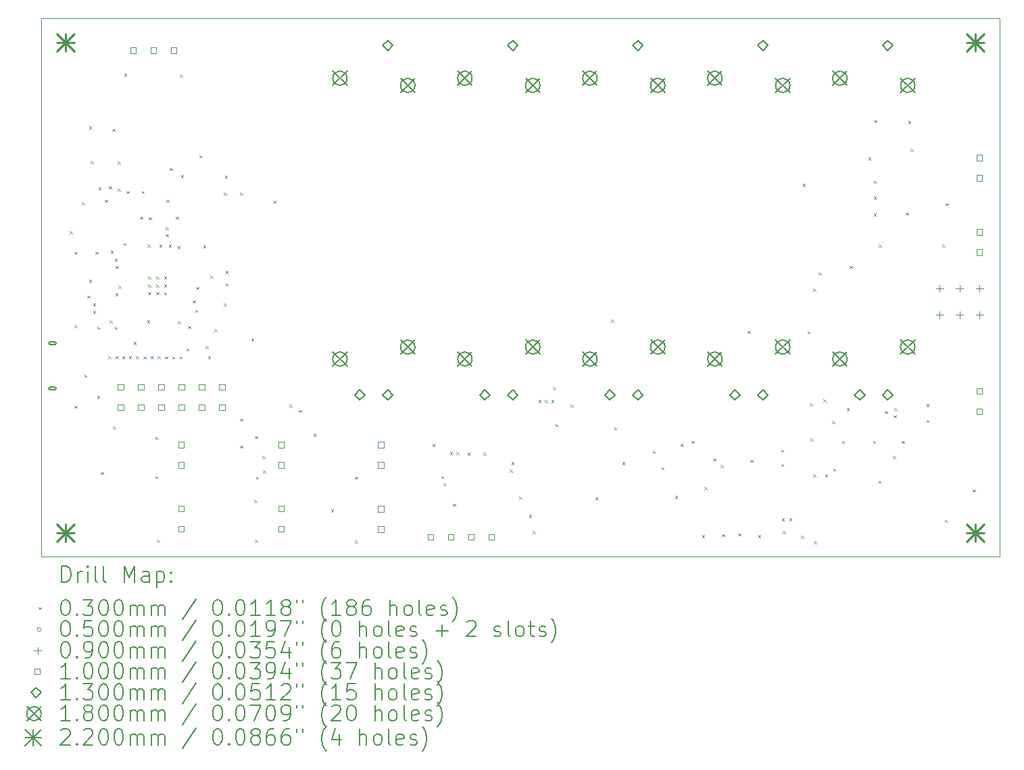
<source format=gbr>
%FSLAX45Y45*%
G04 Gerber Fmt 4.5, Leading zero omitted, Abs format (unit mm)*
G04 Created by KiCad (PCBNEW (6.0.5)) date 2023-10-11 11:29:28*
%MOMM*%
%LPD*%
G01*
G04 APERTURE LIST*
%TA.AperFunction,Profile*%
%ADD10C,0.100000*%
%TD*%
%ADD11C,0.200000*%
%ADD12C,0.030000*%
%ADD13C,0.050000*%
%ADD14C,0.090000*%
%ADD15C,0.100000*%
%ADD16C,0.130000*%
%ADD17C,0.180000*%
%ADD18C,0.220000*%
G04 APERTURE END LIST*
D10*
X8750000Y-6500000D02*
X20750000Y-6500000D01*
X20750000Y-6500000D02*
X20750000Y-13250000D01*
X20750000Y-13250000D02*
X8750000Y-13250000D01*
X8750000Y-13250000D02*
X8750000Y-6500000D01*
D11*
D12*
X9105000Y-9165000D02*
X9135000Y-9195000D01*
X9135000Y-9165000D02*
X9105000Y-9195000D01*
X9165000Y-9425000D02*
X9195000Y-9455000D01*
X9195000Y-9425000D02*
X9165000Y-9455000D01*
X9165000Y-10345000D02*
X9195000Y-10375000D01*
X9195000Y-10345000D02*
X9165000Y-10375000D01*
X9165000Y-11355000D02*
X9195000Y-11385000D01*
X9195000Y-11355000D02*
X9165000Y-11385000D01*
X9255000Y-8805000D02*
X9285000Y-8835000D01*
X9285000Y-8805000D02*
X9255000Y-8835000D01*
X9285000Y-10965000D02*
X9315000Y-10995000D01*
X9315000Y-10965000D02*
X9285000Y-10995000D01*
X9325000Y-9975000D02*
X9355000Y-10005000D01*
X9355000Y-9975000D02*
X9325000Y-10005000D01*
X9345000Y-7855000D02*
X9375000Y-7885000D01*
X9375000Y-7855000D02*
X9345000Y-7885000D01*
X9345000Y-9775000D02*
X9375000Y-9805000D01*
X9375000Y-9775000D02*
X9345000Y-9805000D01*
X9365000Y-8285000D02*
X9395000Y-8315000D01*
X9395000Y-8285000D02*
X9365000Y-8315000D01*
X9395000Y-10075000D02*
X9425000Y-10105000D01*
X9425000Y-10075000D02*
X9395000Y-10105000D01*
X9395000Y-10165000D02*
X9425000Y-10195000D01*
X9425000Y-10165000D02*
X9395000Y-10195000D01*
X9425000Y-9425000D02*
X9455000Y-9455000D01*
X9455000Y-9425000D02*
X9425000Y-9455000D01*
X9445000Y-10365000D02*
X9475000Y-10395000D01*
X9475000Y-10365000D02*
X9445000Y-10395000D01*
X9445000Y-11235000D02*
X9475000Y-11265000D01*
X9475000Y-11235000D02*
X9445000Y-11265000D01*
X9465000Y-8615000D02*
X9495000Y-8645000D01*
X9495000Y-8615000D02*
X9465000Y-8645000D01*
X9495000Y-12185000D02*
X9525000Y-12215000D01*
X9525000Y-12185000D02*
X9495000Y-12215000D01*
X9545000Y-8775000D02*
X9575000Y-8805000D01*
X9575000Y-8775000D02*
X9545000Y-8805000D01*
X9585000Y-10735000D02*
X9615000Y-10765000D01*
X9615000Y-10735000D02*
X9585000Y-10765000D01*
X9595000Y-8605000D02*
X9625000Y-8635000D01*
X9625000Y-8605000D02*
X9595000Y-8635000D01*
X9605000Y-10285000D02*
X9635000Y-10315000D01*
X9635000Y-10285000D02*
X9605000Y-10315000D01*
X9615000Y-9415000D02*
X9645000Y-9445000D01*
X9645000Y-9415000D02*
X9615000Y-9445000D01*
X9635000Y-7885000D02*
X9665000Y-7915000D01*
X9665000Y-7885000D02*
X9635000Y-7915000D01*
X9645000Y-11615000D02*
X9675000Y-11645000D01*
X9675000Y-11615000D02*
X9645000Y-11645000D01*
X9665000Y-9515000D02*
X9695000Y-9545000D01*
X9695000Y-9515000D02*
X9665000Y-9545000D01*
X9665000Y-10365000D02*
X9695000Y-10395000D01*
X9695000Y-10365000D02*
X9665000Y-10395000D01*
X9675000Y-9945000D02*
X9705000Y-9975000D01*
X9705000Y-9945000D02*
X9675000Y-9975000D01*
X9675000Y-10735000D02*
X9705000Y-10765000D01*
X9705000Y-10735000D02*
X9675000Y-10765000D01*
X9677912Y-9602088D02*
X9707912Y-9632088D01*
X9707912Y-9602088D02*
X9677912Y-9632088D01*
X9705000Y-8295000D02*
X9735000Y-8325000D01*
X9735000Y-8295000D02*
X9705000Y-8325000D01*
X9705000Y-8635000D02*
X9735000Y-8665000D01*
X9735000Y-8635000D02*
X9705000Y-8665000D01*
X9715000Y-9855000D02*
X9745000Y-9885000D01*
X9745000Y-9855000D02*
X9715000Y-9885000D01*
X9759206Y-10735000D02*
X9789206Y-10765000D01*
X9789206Y-10735000D02*
X9759206Y-10765000D01*
X9775000Y-9315000D02*
X9805000Y-9345000D01*
X9805000Y-9315000D02*
X9775000Y-9345000D01*
X9785000Y-7195000D02*
X9815000Y-7225000D01*
X9815000Y-7195000D02*
X9785000Y-7225000D01*
X9815000Y-8665000D02*
X9845000Y-8695000D01*
X9845000Y-8665000D02*
X9815000Y-8695000D01*
X9845000Y-10735000D02*
X9875000Y-10765000D01*
X9875000Y-10735000D02*
X9845000Y-10765000D01*
X9905000Y-10555000D02*
X9935000Y-10585000D01*
X9935000Y-10555000D02*
X9905000Y-10585000D01*
X9935000Y-10735000D02*
X9965000Y-10765000D01*
X9965000Y-10735000D02*
X9935000Y-10765000D01*
X9985000Y-8985000D02*
X10015000Y-9015000D01*
X10015000Y-8985000D02*
X9985000Y-9015000D01*
X10005000Y-8665000D02*
X10035000Y-8695000D01*
X10035000Y-8665000D02*
X10005000Y-8695000D01*
X10025000Y-10737550D02*
X10055000Y-10767550D01*
X10055000Y-10737550D02*
X10025000Y-10767550D01*
X10072550Y-10285000D02*
X10102550Y-10315000D01*
X10102550Y-10285000D02*
X10072550Y-10315000D01*
X10075000Y-9335000D02*
X10105000Y-9365000D01*
X10105000Y-9335000D02*
X10075000Y-9365000D01*
X10085000Y-9735000D02*
X10115000Y-9765000D01*
X10115000Y-9735000D02*
X10085000Y-9765000D01*
X10085000Y-9835000D02*
X10115000Y-9865000D01*
X10115000Y-9835000D02*
X10085000Y-9865000D01*
X10085000Y-9935000D02*
X10115000Y-9965000D01*
X10115000Y-9935000D02*
X10085000Y-9965000D01*
X10095000Y-8995000D02*
X10125000Y-9025000D01*
X10125000Y-8995000D02*
X10095000Y-9025000D01*
X10115000Y-10735000D02*
X10145000Y-10765000D01*
X10145000Y-10735000D02*
X10115000Y-10765000D01*
X10175000Y-11745000D02*
X10205000Y-11775000D01*
X10205000Y-11745000D02*
X10175000Y-11775000D01*
X10175000Y-12235000D02*
X10205000Y-12265000D01*
X10205000Y-12235000D02*
X10175000Y-12265000D01*
X10185000Y-9735000D02*
X10215000Y-9765000D01*
X10215000Y-9735000D02*
X10185000Y-9765000D01*
X10185000Y-9835000D02*
X10215000Y-9865000D01*
X10215000Y-9835000D02*
X10185000Y-9865000D01*
X10185000Y-9935000D02*
X10215000Y-9965000D01*
X10215000Y-9935000D02*
X10185000Y-9965000D01*
X10195000Y-13035000D02*
X10225000Y-13065000D01*
X10225000Y-13035000D02*
X10195000Y-13065000D01*
X10205000Y-10735000D02*
X10235000Y-10765000D01*
X10235000Y-10735000D02*
X10205000Y-10765000D01*
X10225000Y-9335000D02*
X10255000Y-9365000D01*
X10255000Y-9335000D02*
X10225000Y-9365000D01*
X10285000Y-9735000D02*
X10315000Y-9765000D01*
X10315000Y-9735000D02*
X10285000Y-9765000D01*
X10285000Y-9835000D02*
X10315000Y-9865000D01*
X10315000Y-9835000D02*
X10285000Y-9865000D01*
X10285000Y-9935000D02*
X10315000Y-9965000D01*
X10315000Y-9935000D02*
X10285000Y-9965000D01*
X10295000Y-10737550D02*
X10325000Y-10767550D01*
X10325000Y-10737550D02*
X10295000Y-10767550D01*
X10305000Y-9115000D02*
X10335000Y-9145000D01*
X10335000Y-9115000D02*
X10305000Y-9145000D01*
X10305000Y-9205000D02*
X10335000Y-9235000D01*
X10335000Y-9205000D02*
X10305000Y-9235000D01*
X10315000Y-8775000D02*
X10345000Y-8805000D01*
X10345000Y-8775000D02*
X10315000Y-8805000D01*
X10345000Y-9335000D02*
X10375000Y-9365000D01*
X10375000Y-9335000D02*
X10345000Y-9365000D01*
X10355000Y-8375000D02*
X10385000Y-8405000D01*
X10385000Y-8375000D02*
X10355000Y-8405000D01*
X10385000Y-10737550D02*
X10415000Y-10767550D01*
X10415000Y-10737550D02*
X10385000Y-10767550D01*
X10435000Y-8985000D02*
X10465000Y-9015000D01*
X10465000Y-8985000D02*
X10435000Y-9015000D01*
X10455000Y-9355000D02*
X10485000Y-9385000D01*
X10485000Y-9355000D02*
X10455000Y-9385000D01*
X10457450Y-10295000D02*
X10487450Y-10325000D01*
X10487450Y-10295000D02*
X10457450Y-10325000D01*
X10481053Y-10737550D02*
X10511053Y-10767550D01*
X10511053Y-10737550D02*
X10481053Y-10767550D01*
X10485000Y-7205000D02*
X10515000Y-7235000D01*
X10515000Y-7205000D02*
X10485000Y-7235000D01*
X10495000Y-8465000D02*
X10525000Y-8495000D01*
X10525000Y-8465000D02*
X10495000Y-8495000D01*
X10565000Y-10635000D02*
X10595000Y-10665000D01*
X10595000Y-10635000D02*
X10565000Y-10665000D01*
X10585000Y-10355000D02*
X10615000Y-10385000D01*
X10615000Y-10355000D02*
X10585000Y-10385000D01*
X10645000Y-10035000D02*
X10675000Y-10065000D01*
X10675000Y-10035000D02*
X10645000Y-10065000D01*
X10675000Y-10155000D02*
X10705000Y-10185000D01*
X10705000Y-10155000D02*
X10675000Y-10185000D01*
X10685000Y-9865000D02*
X10715000Y-9895000D01*
X10715000Y-9865000D02*
X10685000Y-9895000D01*
X10725000Y-8215000D02*
X10755000Y-8245000D01*
X10755000Y-8215000D02*
X10725000Y-8245000D01*
X10775000Y-9345000D02*
X10805000Y-9375000D01*
X10805000Y-9345000D02*
X10775000Y-9375000D01*
X10805000Y-10605000D02*
X10835000Y-10635000D01*
X10835000Y-10605000D02*
X10805000Y-10635000D01*
X10835000Y-10735000D02*
X10865000Y-10765000D01*
X10865000Y-10735000D02*
X10835000Y-10765000D01*
X10865000Y-9725000D02*
X10895000Y-9755000D01*
X10895000Y-9725000D02*
X10865000Y-9755000D01*
X10915000Y-10395000D02*
X10945000Y-10425000D01*
X10945000Y-10395000D02*
X10915000Y-10425000D01*
X11035000Y-8685000D02*
X11065000Y-8715000D01*
X11065000Y-8685000D02*
X11035000Y-8715000D01*
X11035000Y-10075000D02*
X11065000Y-10105000D01*
X11065000Y-10075000D02*
X11035000Y-10105000D01*
X11045000Y-8475000D02*
X11075000Y-8505000D01*
X11075000Y-8475000D02*
X11045000Y-8505000D01*
X11055000Y-9665000D02*
X11085000Y-9695000D01*
X11085000Y-9665000D02*
X11055000Y-9695000D01*
X11055000Y-9825000D02*
X11085000Y-9855000D01*
X11085000Y-9825000D02*
X11055000Y-9855000D01*
X11235000Y-8685000D02*
X11265000Y-8715000D01*
X11265000Y-8685000D02*
X11235000Y-8715000D01*
X11235000Y-11515000D02*
X11265000Y-11545000D01*
X11265000Y-11515000D02*
X11235000Y-11545000D01*
X11235000Y-11855000D02*
X11265000Y-11885000D01*
X11265000Y-11855000D02*
X11235000Y-11885000D01*
X11375000Y-10515000D02*
X11405000Y-10545000D01*
X11405000Y-10515000D02*
X11375000Y-10545000D01*
X11415000Y-12535000D02*
X11445000Y-12565000D01*
X11445000Y-12535000D02*
X11415000Y-12565000D01*
X11425000Y-11735000D02*
X11455000Y-11765000D01*
X11455000Y-11735000D02*
X11425000Y-11765000D01*
X11425000Y-13035000D02*
X11455000Y-13065000D01*
X11455000Y-13035000D02*
X11425000Y-13065000D01*
X11435000Y-12245000D02*
X11465000Y-12275000D01*
X11465000Y-12245000D02*
X11435000Y-12275000D01*
X11515000Y-11985000D02*
X11545000Y-12015000D01*
X11545000Y-11985000D02*
X11515000Y-12015000D01*
X11525000Y-12165000D02*
X11555000Y-12195000D01*
X11555000Y-12165000D02*
X11525000Y-12195000D01*
X11655000Y-8785000D02*
X11685000Y-8815000D01*
X11685000Y-8785000D02*
X11655000Y-8815000D01*
X11855000Y-11345000D02*
X11885000Y-11375000D01*
X11885000Y-11345000D02*
X11855000Y-11375000D01*
X11975000Y-11405000D02*
X12005000Y-11435000D01*
X12005000Y-11405000D02*
X11975000Y-11435000D01*
X12155000Y-11705000D02*
X12185000Y-11735000D01*
X12185000Y-11705000D02*
X12155000Y-11735000D01*
X12375000Y-12655000D02*
X12405000Y-12685000D01*
X12405000Y-12655000D02*
X12375000Y-12685000D01*
X12675000Y-12245000D02*
X12705000Y-12275000D01*
X12705000Y-12245000D02*
X12675000Y-12275000D01*
X12675000Y-13045000D02*
X12705000Y-13075000D01*
X12705000Y-13045000D02*
X12675000Y-13075000D01*
X13645000Y-11835000D02*
X13675000Y-11865000D01*
X13675000Y-11835000D02*
X13645000Y-11865000D01*
X13755000Y-12235000D02*
X13785000Y-12265000D01*
X13785000Y-12235000D02*
X13755000Y-12265000D01*
X13785000Y-12325000D02*
X13815000Y-12355000D01*
X13815000Y-12325000D02*
X13785000Y-12355000D01*
X13865000Y-11935000D02*
X13895000Y-11965000D01*
X13895000Y-11935000D02*
X13865000Y-11965000D01*
X13905000Y-12585000D02*
X13935000Y-12615000D01*
X13935000Y-12585000D02*
X13905000Y-12615000D01*
X13945000Y-11935000D02*
X13975000Y-11965000D01*
X13975000Y-11935000D02*
X13945000Y-11965000D01*
X14085000Y-11945000D02*
X14115000Y-11975000D01*
X14115000Y-11945000D02*
X14085000Y-11975000D01*
X14285000Y-11945000D02*
X14315000Y-11975000D01*
X14315000Y-11945000D02*
X14285000Y-11975000D01*
X14615000Y-12155000D02*
X14645000Y-12185000D01*
X14645000Y-12155000D02*
X14615000Y-12185000D01*
X14635000Y-12065000D02*
X14665000Y-12095000D01*
X14665000Y-12065000D02*
X14635000Y-12095000D01*
X14735000Y-12495000D02*
X14765000Y-12525000D01*
X14765000Y-12495000D02*
X14735000Y-12525000D01*
X14855000Y-12725000D02*
X14885000Y-12755000D01*
X14885000Y-12725000D02*
X14855000Y-12755000D01*
X14905000Y-12925000D02*
X14935000Y-12955000D01*
X14935000Y-12925000D02*
X14905000Y-12955000D01*
X14975000Y-11285000D02*
X15005000Y-11315000D01*
X15005000Y-11285000D02*
X14975000Y-11315000D01*
X15055000Y-11285000D02*
X15085000Y-11315000D01*
X15085000Y-11285000D02*
X15055000Y-11315000D01*
X15135000Y-11285000D02*
X15165000Y-11315000D01*
X15165000Y-11285000D02*
X15135000Y-11315000D01*
X15155000Y-11125000D02*
X15185000Y-11155000D01*
X15185000Y-11125000D02*
X15155000Y-11155000D01*
X15185000Y-11585000D02*
X15215000Y-11615000D01*
X15215000Y-11585000D02*
X15185000Y-11615000D01*
X15375000Y-11345000D02*
X15405000Y-11375000D01*
X15405000Y-11345000D02*
X15375000Y-11375000D01*
X15685000Y-12505000D02*
X15715000Y-12535000D01*
X15715000Y-12505000D02*
X15685000Y-12535000D01*
X15885000Y-10275000D02*
X15915000Y-10305000D01*
X15915000Y-10275000D02*
X15885000Y-10305000D01*
X15925000Y-11625000D02*
X15955000Y-11655000D01*
X15955000Y-11625000D02*
X15925000Y-11655000D01*
X16025000Y-12065000D02*
X16055000Y-12095000D01*
X16055000Y-12065000D02*
X16025000Y-12095000D01*
X16405000Y-11925000D02*
X16435000Y-11955000D01*
X16435000Y-11925000D02*
X16405000Y-11955000D01*
X16515000Y-12125000D02*
X16545000Y-12155000D01*
X16545000Y-12125000D02*
X16515000Y-12155000D01*
X16685000Y-12485000D02*
X16715000Y-12515000D01*
X16715000Y-12485000D02*
X16685000Y-12515000D01*
X16755000Y-11835000D02*
X16785000Y-11865000D01*
X16785000Y-11835000D02*
X16755000Y-11865000D01*
X16895000Y-11795000D02*
X16925000Y-11825000D01*
X16925000Y-11795000D02*
X16895000Y-11825000D01*
X17025000Y-12975000D02*
X17055000Y-13005000D01*
X17055000Y-12975000D02*
X17025000Y-13005000D01*
X17055000Y-12375000D02*
X17085000Y-12405000D01*
X17085000Y-12375000D02*
X17055000Y-12405000D01*
X17165000Y-12015000D02*
X17195000Y-12045000D01*
X17195000Y-12015000D02*
X17165000Y-12045000D01*
X17255000Y-12095000D02*
X17285000Y-12125000D01*
X17285000Y-12095000D02*
X17255000Y-12125000D01*
X17275000Y-12965000D02*
X17305000Y-12995000D01*
X17305000Y-12965000D02*
X17275000Y-12995000D01*
X17475000Y-12955000D02*
X17505000Y-12985000D01*
X17505000Y-12955000D02*
X17475000Y-12985000D01*
X17595000Y-10415000D02*
X17625000Y-10445000D01*
X17625000Y-10415000D02*
X17595000Y-10445000D01*
X17627500Y-12035000D02*
X17657500Y-12065000D01*
X17657500Y-12035000D02*
X17627500Y-12065000D01*
X17725000Y-12975000D02*
X17755000Y-13005000D01*
X17755000Y-12975000D02*
X17725000Y-13005000D01*
X18015000Y-11905000D02*
X18045000Y-11935000D01*
X18045000Y-11905000D02*
X18015000Y-11935000D01*
X18015000Y-12085000D02*
X18045000Y-12115000D01*
X18045000Y-12085000D02*
X18015000Y-12115000D01*
X18025000Y-12765000D02*
X18055000Y-12795000D01*
X18055000Y-12765000D02*
X18025000Y-12795000D01*
X18035000Y-12925000D02*
X18065000Y-12955000D01*
X18065000Y-12925000D02*
X18035000Y-12955000D01*
X18115000Y-12765000D02*
X18145000Y-12795000D01*
X18145000Y-12765000D02*
X18115000Y-12795000D01*
X18265000Y-12985000D02*
X18295000Y-13015000D01*
X18295000Y-12985000D02*
X18265000Y-13015000D01*
X18285000Y-8575000D02*
X18315000Y-8605000D01*
X18315000Y-8575000D02*
X18285000Y-8605000D01*
X18345000Y-10425000D02*
X18375000Y-10455000D01*
X18375000Y-10425000D02*
X18345000Y-10455000D01*
X18375000Y-11325000D02*
X18405000Y-11355000D01*
X18405000Y-11325000D02*
X18375000Y-11355000D01*
X18385000Y-11765000D02*
X18415000Y-11795000D01*
X18415000Y-11765000D02*
X18385000Y-11795000D01*
X18415000Y-9885000D02*
X18445000Y-9915000D01*
X18445000Y-9885000D02*
X18415000Y-9915000D01*
X18415000Y-12215000D02*
X18445000Y-12245000D01*
X18445000Y-12215000D02*
X18415000Y-12245000D01*
X18425000Y-13055000D02*
X18455000Y-13085000D01*
X18455000Y-13055000D02*
X18425000Y-13085000D01*
X18485000Y-9685000D02*
X18515000Y-9715000D01*
X18515000Y-9685000D02*
X18485000Y-9715000D01*
X18545000Y-11275000D02*
X18575000Y-11305000D01*
X18575000Y-11275000D02*
X18545000Y-11305000D01*
X18565000Y-12215000D02*
X18595000Y-12245000D01*
X18595000Y-12215000D02*
X18565000Y-12245000D01*
X18655000Y-11545000D02*
X18685000Y-11575000D01*
X18685000Y-11545000D02*
X18655000Y-11575000D01*
X18665000Y-12145000D02*
X18695000Y-12175000D01*
X18695000Y-12145000D02*
X18665000Y-12175000D01*
X18775000Y-11795000D02*
X18805000Y-11825000D01*
X18805000Y-11795000D02*
X18775000Y-11825000D01*
X18835000Y-11385000D02*
X18865000Y-11415000D01*
X18865000Y-11385000D02*
X18835000Y-11415000D01*
X18875000Y-9605000D02*
X18905000Y-9635000D01*
X18905000Y-9605000D02*
X18875000Y-9635000D01*
X19105000Y-8245000D02*
X19135000Y-8275000D01*
X19135000Y-8245000D02*
X19105000Y-8275000D01*
X19165000Y-11795000D02*
X19195000Y-11825000D01*
X19195000Y-11795000D02*
X19165000Y-11825000D01*
X19175000Y-8535000D02*
X19205000Y-8565000D01*
X19205000Y-8535000D02*
X19175000Y-8565000D01*
X19175000Y-8735000D02*
X19205000Y-8765000D01*
X19205000Y-8735000D02*
X19175000Y-8765000D01*
X19175000Y-8945000D02*
X19205000Y-8975000D01*
X19205000Y-8945000D02*
X19175000Y-8975000D01*
X19177500Y-7775000D02*
X19207500Y-7805000D01*
X19207500Y-7775000D02*
X19177500Y-7805000D01*
X19235000Y-12295000D02*
X19265000Y-12325000D01*
X19265000Y-12295000D02*
X19235000Y-12325000D01*
X19237450Y-9335000D02*
X19267450Y-9365000D01*
X19267450Y-9335000D02*
X19237450Y-9365000D01*
X19315000Y-11425000D02*
X19345000Y-11455000D01*
X19345000Y-11425000D02*
X19315000Y-11455000D01*
X19415000Y-11985000D02*
X19445000Y-12015000D01*
X19445000Y-11985000D02*
X19415000Y-12015000D01*
X19425000Y-11475000D02*
X19455000Y-11505000D01*
X19455000Y-11475000D02*
X19425000Y-11505000D01*
X19435000Y-11385000D02*
X19465000Y-11415000D01*
X19465000Y-11385000D02*
X19435000Y-11415000D01*
X19525000Y-11795000D02*
X19555000Y-11825000D01*
X19555000Y-11795000D02*
X19525000Y-11825000D01*
X19575000Y-8935000D02*
X19605000Y-8965000D01*
X19605000Y-8935000D02*
X19575000Y-8965000D01*
X19607500Y-7785000D02*
X19637500Y-7815000D01*
X19637500Y-7785000D02*
X19607500Y-7815000D01*
X19635000Y-8135000D02*
X19665000Y-8165000D01*
X19665000Y-8135000D02*
X19635000Y-8165000D01*
X19835000Y-11335000D02*
X19865000Y-11365000D01*
X19865000Y-11335000D02*
X19835000Y-11365000D01*
X19835000Y-11535000D02*
X19865000Y-11565000D01*
X19865000Y-11535000D02*
X19835000Y-11565000D01*
X20035000Y-9335000D02*
X20065000Y-9365000D01*
X20065000Y-9335000D02*
X20035000Y-9365000D01*
X20065000Y-12785000D02*
X20095000Y-12815000D01*
X20095000Y-12785000D02*
X20065000Y-12815000D01*
X20075000Y-8815000D02*
X20105000Y-8845000D01*
X20105000Y-8815000D02*
X20075000Y-8845000D01*
X20415000Y-12405000D02*
X20445000Y-12435000D01*
X20445000Y-12405000D02*
X20415000Y-12435000D01*
D13*
X8910000Y-10572500D02*
G75*
G03*
X8910000Y-10572500I-25000J0D01*
G01*
D11*
X8920000Y-10557500D02*
X8850000Y-10557500D01*
X8920000Y-10587500D02*
X8850000Y-10587500D01*
X8850000Y-10557500D02*
G75*
G03*
X8850000Y-10587500I0J-15000D01*
G01*
X8920000Y-10587500D02*
G75*
G03*
X8920000Y-10557500I0J15000D01*
G01*
D13*
X8910000Y-11137500D02*
G75*
G03*
X8910000Y-11137500I-25000J0D01*
G01*
D11*
X8920000Y-11122500D02*
X8850000Y-11122500D01*
X8920000Y-11152500D02*
X8850000Y-11152500D01*
X8850000Y-11122500D02*
G75*
G03*
X8850000Y-11152500I0J-15000D01*
G01*
X8920000Y-11152500D02*
G75*
G03*
X8920000Y-11122500I0J15000D01*
G01*
D14*
X20000000Y-9840000D02*
X20000000Y-9930000D01*
X19955000Y-9885000D02*
X20045000Y-9885000D01*
X20000000Y-10170000D02*
X20000000Y-10260000D01*
X19955000Y-10215000D02*
X20045000Y-10215000D01*
X20250000Y-9840000D02*
X20250000Y-9930000D01*
X20205000Y-9885000D02*
X20295000Y-9885000D01*
X20250000Y-10170000D02*
X20250000Y-10260000D01*
X20205000Y-10215000D02*
X20295000Y-10215000D01*
X20500000Y-9840000D02*
X20500000Y-9930000D01*
X20455000Y-9885000D02*
X20545000Y-9885000D01*
X20500000Y-10170000D02*
X20500000Y-10260000D01*
X20455000Y-10215000D02*
X20545000Y-10215000D01*
D15*
X9777356Y-11158856D02*
X9777356Y-11088144D01*
X9706644Y-11088144D01*
X9706644Y-11158856D01*
X9777356Y-11158856D01*
X9777356Y-11412856D02*
X9777356Y-11342144D01*
X9706644Y-11342144D01*
X9706644Y-11412856D01*
X9777356Y-11412856D01*
X9931356Y-6935356D02*
X9931356Y-6864644D01*
X9860644Y-6864644D01*
X9860644Y-6935356D01*
X9931356Y-6935356D01*
X10031356Y-11158856D02*
X10031356Y-11088144D01*
X9960644Y-11088144D01*
X9960644Y-11158856D01*
X10031356Y-11158856D01*
X10031356Y-11412856D02*
X10031356Y-11342144D01*
X9960644Y-11342144D01*
X9960644Y-11412856D01*
X10031356Y-11412856D01*
X10185356Y-6935356D02*
X10185356Y-6864644D01*
X10114644Y-6864644D01*
X10114644Y-6935356D01*
X10185356Y-6935356D01*
X10285356Y-11158856D02*
X10285356Y-11088144D01*
X10214644Y-11088144D01*
X10214644Y-11158856D01*
X10285356Y-11158856D01*
X10285356Y-11412856D02*
X10285356Y-11342144D01*
X10214644Y-11342144D01*
X10214644Y-11412856D01*
X10285356Y-11412856D01*
X10439356Y-6935356D02*
X10439356Y-6864644D01*
X10368644Y-6864644D01*
X10368644Y-6935356D01*
X10439356Y-6935356D01*
X10535356Y-11881356D02*
X10535356Y-11810644D01*
X10464644Y-11810644D01*
X10464644Y-11881356D01*
X10535356Y-11881356D01*
X10535356Y-12135356D02*
X10535356Y-12064644D01*
X10464644Y-12064644D01*
X10464644Y-12135356D01*
X10535356Y-12135356D01*
X10535356Y-12681356D02*
X10535356Y-12610644D01*
X10464644Y-12610644D01*
X10464644Y-12681356D01*
X10535356Y-12681356D01*
X10535356Y-12935356D02*
X10535356Y-12864644D01*
X10464644Y-12864644D01*
X10464644Y-12935356D01*
X10535356Y-12935356D01*
X10539356Y-11158856D02*
X10539356Y-11088144D01*
X10468644Y-11088144D01*
X10468644Y-11158856D01*
X10539356Y-11158856D01*
X10539356Y-11412856D02*
X10539356Y-11342144D01*
X10468644Y-11342144D01*
X10468644Y-11412856D01*
X10539356Y-11412856D01*
X10793356Y-11158856D02*
X10793356Y-11088144D01*
X10722644Y-11088144D01*
X10722644Y-11158856D01*
X10793356Y-11158856D01*
X10793356Y-11412856D02*
X10793356Y-11342144D01*
X10722644Y-11342144D01*
X10722644Y-11412856D01*
X10793356Y-11412856D01*
X11047356Y-11158856D02*
X11047356Y-11088144D01*
X10976644Y-11088144D01*
X10976644Y-11158856D01*
X11047356Y-11158856D01*
X11047356Y-11412856D02*
X11047356Y-11342144D01*
X10976644Y-11342144D01*
X10976644Y-11412856D01*
X11047356Y-11412856D01*
X11785356Y-11881356D02*
X11785356Y-11810644D01*
X11714644Y-11810644D01*
X11714644Y-11881356D01*
X11785356Y-11881356D01*
X11785356Y-12135356D02*
X11785356Y-12064644D01*
X11714644Y-12064644D01*
X11714644Y-12135356D01*
X11785356Y-12135356D01*
X11785356Y-12681356D02*
X11785356Y-12610644D01*
X11714644Y-12610644D01*
X11714644Y-12681356D01*
X11785356Y-12681356D01*
X11785356Y-12935356D02*
X11785356Y-12864644D01*
X11714644Y-12864644D01*
X11714644Y-12935356D01*
X11785356Y-12935356D01*
X13035356Y-11881356D02*
X13035356Y-11810644D01*
X12964644Y-11810644D01*
X12964644Y-11881356D01*
X13035356Y-11881356D01*
X13035356Y-12135356D02*
X13035356Y-12064644D01*
X12964644Y-12064644D01*
X12964644Y-12135356D01*
X13035356Y-12135356D01*
X13035356Y-12685356D02*
X13035356Y-12614644D01*
X12964644Y-12614644D01*
X12964644Y-12685356D01*
X13035356Y-12685356D01*
X13035356Y-12939356D02*
X13035356Y-12868644D01*
X12964644Y-12868644D01*
X12964644Y-12939356D01*
X13035356Y-12939356D01*
X13655356Y-13035356D02*
X13655356Y-12964644D01*
X13584644Y-12964644D01*
X13584644Y-13035356D01*
X13655356Y-13035356D01*
X13909356Y-13035356D02*
X13909356Y-12964644D01*
X13838644Y-12964644D01*
X13838644Y-13035356D01*
X13909356Y-13035356D01*
X14163356Y-13035356D02*
X14163356Y-12964644D01*
X14092644Y-12964644D01*
X14092644Y-13035356D01*
X14163356Y-13035356D01*
X14417356Y-13035356D02*
X14417356Y-12964644D01*
X14346644Y-12964644D01*
X14346644Y-13035356D01*
X14417356Y-13035356D01*
X20535356Y-8281356D02*
X20535356Y-8210644D01*
X20464644Y-8210644D01*
X20464644Y-8281356D01*
X20535356Y-8281356D01*
X20535356Y-8535356D02*
X20535356Y-8464644D01*
X20464644Y-8464644D01*
X20464644Y-8535356D01*
X20535356Y-8535356D01*
X20535356Y-9213231D02*
X20535356Y-9142519D01*
X20464644Y-9142519D01*
X20464644Y-9213231D01*
X20535356Y-9213231D01*
X20535356Y-9467231D02*
X20535356Y-9396519D01*
X20464644Y-9396519D01*
X20464644Y-9467231D01*
X20535356Y-9467231D01*
X20535356Y-11207856D02*
X20535356Y-11137144D01*
X20464644Y-11137144D01*
X20464644Y-11207856D01*
X20535356Y-11207856D01*
X20535356Y-11461856D02*
X20535356Y-11391144D01*
X20464644Y-11391144D01*
X20464644Y-11461856D01*
X20535356Y-11461856D01*
D16*
X12737500Y-11285000D02*
X12802500Y-11220000D01*
X12737500Y-11155000D01*
X12672500Y-11220000D01*
X12737500Y-11285000D01*
X13087500Y-6905000D02*
X13152500Y-6840000D01*
X13087500Y-6775000D01*
X13022500Y-6840000D01*
X13087500Y-6905000D01*
X13087500Y-11285000D02*
X13152500Y-11220000D01*
X13087500Y-11155000D01*
X13022500Y-11220000D01*
X13087500Y-11285000D01*
X14303125Y-11285000D02*
X14368125Y-11220000D01*
X14303125Y-11155000D01*
X14238125Y-11220000D01*
X14303125Y-11285000D01*
X14653125Y-6905000D02*
X14718125Y-6840000D01*
X14653125Y-6775000D01*
X14588125Y-6840000D01*
X14653125Y-6905000D01*
X14653125Y-11285000D02*
X14718125Y-11220000D01*
X14653125Y-11155000D01*
X14588125Y-11220000D01*
X14653125Y-11285000D01*
X15868750Y-11285000D02*
X15933750Y-11220000D01*
X15868750Y-11155000D01*
X15803750Y-11220000D01*
X15868750Y-11285000D01*
X16218750Y-6905000D02*
X16283750Y-6840000D01*
X16218750Y-6775000D01*
X16153750Y-6840000D01*
X16218750Y-6905000D01*
X16218750Y-11285000D02*
X16283750Y-11220000D01*
X16218750Y-11155000D01*
X16153750Y-11220000D01*
X16218750Y-11285000D01*
X17434375Y-11285000D02*
X17499375Y-11220000D01*
X17434375Y-11155000D01*
X17369375Y-11220000D01*
X17434375Y-11285000D01*
X17784375Y-6905000D02*
X17849375Y-6840000D01*
X17784375Y-6775000D01*
X17719375Y-6840000D01*
X17784375Y-6905000D01*
X17784375Y-11285000D02*
X17849375Y-11220000D01*
X17784375Y-11155000D01*
X17719375Y-11220000D01*
X17784375Y-11285000D01*
X19000000Y-11285000D02*
X19065000Y-11220000D01*
X19000000Y-11155000D01*
X18935000Y-11220000D01*
X19000000Y-11285000D01*
X19350000Y-6905000D02*
X19415000Y-6840000D01*
X19350000Y-6775000D01*
X19285000Y-6840000D01*
X19350000Y-6905000D01*
X19350000Y-11285000D02*
X19415000Y-11220000D01*
X19350000Y-11155000D01*
X19285000Y-11220000D01*
X19350000Y-11285000D01*
D17*
X12397500Y-7160000D02*
X12577500Y-7340000D01*
X12577500Y-7160000D02*
X12397500Y-7340000D01*
X12577500Y-7250000D02*
G75*
G03*
X12577500Y-7250000I-90000J0D01*
G01*
X12397500Y-10680000D02*
X12577500Y-10860000D01*
X12577500Y-10680000D02*
X12397500Y-10860000D01*
X12577500Y-10770000D02*
G75*
G03*
X12577500Y-10770000I-90000J0D01*
G01*
X13247500Y-7250000D02*
X13427500Y-7430000D01*
X13427500Y-7250000D02*
X13247500Y-7430000D01*
X13427500Y-7340000D02*
G75*
G03*
X13427500Y-7340000I-90000J0D01*
G01*
X13247500Y-10530000D02*
X13427500Y-10710000D01*
X13427500Y-10530000D02*
X13247500Y-10710000D01*
X13427500Y-10620000D02*
G75*
G03*
X13427500Y-10620000I-90000J0D01*
G01*
X13963125Y-7160000D02*
X14143125Y-7340000D01*
X14143125Y-7160000D02*
X13963125Y-7340000D01*
X14143125Y-7250000D02*
G75*
G03*
X14143125Y-7250000I-90000J0D01*
G01*
X13963125Y-10680000D02*
X14143125Y-10860000D01*
X14143125Y-10680000D02*
X13963125Y-10860000D01*
X14143125Y-10770000D02*
G75*
G03*
X14143125Y-10770000I-90000J0D01*
G01*
X14813125Y-7250000D02*
X14993125Y-7430000D01*
X14993125Y-7250000D02*
X14813125Y-7430000D01*
X14993125Y-7340000D02*
G75*
G03*
X14993125Y-7340000I-90000J0D01*
G01*
X14813125Y-10530000D02*
X14993125Y-10710000D01*
X14993125Y-10530000D02*
X14813125Y-10710000D01*
X14993125Y-10620000D02*
G75*
G03*
X14993125Y-10620000I-90000J0D01*
G01*
X15528750Y-7160000D02*
X15708750Y-7340000D01*
X15708750Y-7160000D02*
X15528750Y-7340000D01*
X15708750Y-7250000D02*
G75*
G03*
X15708750Y-7250000I-90000J0D01*
G01*
X15528750Y-10680000D02*
X15708750Y-10860000D01*
X15708750Y-10680000D02*
X15528750Y-10860000D01*
X15708750Y-10770000D02*
G75*
G03*
X15708750Y-10770000I-90000J0D01*
G01*
X16378750Y-7250000D02*
X16558750Y-7430000D01*
X16558750Y-7250000D02*
X16378750Y-7430000D01*
X16558750Y-7340000D02*
G75*
G03*
X16558750Y-7340000I-90000J0D01*
G01*
X16378750Y-10530000D02*
X16558750Y-10710000D01*
X16558750Y-10530000D02*
X16378750Y-10710000D01*
X16558750Y-10620000D02*
G75*
G03*
X16558750Y-10620000I-90000J0D01*
G01*
X17094375Y-7160000D02*
X17274375Y-7340000D01*
X17274375Y-7160000D02*
X17094375Y-7340000D01*
X17274375Y-7250000D02*
G75*
G03*
X17274375Y-7250000I-90000J0D01*
G01*
X17094375Y-10680000D02*
X17274375Y-10860000D01*
X17274375Y-10680000D02*
X17094375Y-10860000D01*
X17274375Y-10770000D02*
G75*
G03*
X17274375Y-10770000I-90000J0D01*
G01*
X17944375Y-7250000D02*
X18124375Y-7430000D01*
X18124375Y-7250000D02*
X17944375Y-7430000D01*
X18124375Y-7340000D02*
G75*
G03*
X18124375Y-7340000I-90000J0D01*
G01*
X17944375Y-10530000D02*
X18124375Y-10710000D01*
X18124375Y-10530000D02*
X17944375Y-10710000D01*
X18124375Y-10620000D02*
G75*
G03*
X18124375Y-10620000I-90000J0D01*
G01*
X18660000Y-7160000D02*
X18840000Y-7340000D01*
X18840000Y-7160000D02*
X18660000Y-7340000D01*
X18840000Y-7250000D02*
G75*
G03*
X18840000Y-7250000I-90000J0D01*
G01*
X18660000Y-10680000D02*
X18840000Y-10860000D01*
X18840000Y-10680000D02*
X18660000Y-10860000D01*
X18840000Y-10770000D02*
G75*
G03*
X18840000Y-10770000I-90000J0D01*
G01*
X19510000Y-7250000D02*
X19690000Y-7430000D01*
X19690000Y-7250000D02*
X19510000Y-7430000D01*
X19690000Y-7340000D02*
G75*
G03*
X19690000Y-7340000I-90000J0D01*
G01*
X19510000Y-10530000D02*
X19690000Y-10710000D01*
X19690000Y-10530000D02*
X19510000Y-10710000D01*
X19690000Y-10620000D02*
G75*
G03*
X19690000Y-10620000I-90000J0D01*
G01*
D18*
X8940000Y-6690000D02*
X9160000Y-6910000D01*
X9160000Y-6690000D02*
X8940000Y-6910000D01*
X9050000Y-6690000D02*
X9050000Y-6910000D01*
X8940000Y-6800000D02*
X9160000Y-6800000D01*
X8940000Y-12840000D02*
X9160000Y-13060000D01*
X9160000Y-12840000D02*
X8940000Y-13060000D01*
X9050000Y-12840000D02*
X9050000Y-13060000D01*
X8940000Y-12950000D02*
X9160000Y-12950000D01*
X20340000Y-6690000D02*
X20560000Y-6910000D01*
X20560000Y-6690000D02*
X20340000Y-6910000D01*
X20450000Y-6690000D02*
X20450000Y-6910000D01*
X20340000Y-6800000D02*
X20560000Y-6800000D01*
X20340000Y-12840000D02*
X20560000Y-13060000D01*
X20560000Y-12840000D02*
X20340000Y-13060000D01*
X20450000Y-12840000D02*
X20450000Y-13060000D01*
X20340000Y-12950000D02*
X20560000Y-12950000D01*
D11*
X9002619Y-13565476D02*
X9002619Y-13365476D01*
X9050238Y-13365476D01*
X9078810Y-13375000D01*
X9097857Y-13394048D01*
X9107381Y-13413095D01*
X9116905Y-13451190D01*
X9116905Y-13479762D01*
X9107381Y-13517857D01*
X9097857Y-13536905D01*
X9078810Y-13555952D01*
X9050238Y-13565476D01*
X9002619Y-13565476D01*
X9202619Y-13565476D02*
X9202619Y-13432143D01*
X9202619Y-13470238D02*
X9212143Y-13451190D01*
X9221667Y-13441667D01*
X9240714Y-13432143D01*
X9259762Y-13432143D01*
X9326429Y-13565476D02*
X9326429Y-13432143D01*
X9326429Y-13365476D02*
X9316905Y-13375000D01*
X9326429Y-13384524D01*
X9335952Y-13375000D01*
X9326429Y-13365476D01*
X9326429Y-13384524D01*
X9450238Y-13565476D02*
X9431190Y-13555952D01*
X9421667Y-13536905D01*
X9421667Y-13365476D01*
X9555000Y-13565476D02*
X9535952Y-13555952D01*
X9526429Y-13536905D01*
X9526429Y-13365476D01*
X9783571Y-13565476D02*
X9783571Y-13365476D01*
X9850238Y-13508333D01*
X9916905Y-13365476D01*
X9916905Y-13565476D01*
X10097857Y-13565476D02*
X10097857Y-13460714D01*
X10088333Y-13441667D01*
X10069286Y-13432143D01*
X10031190Y-13432143D01*
X10012143Y-13441667D01*
X10097857Y-13555952D02*
X10078810Y-13565476D01*
X10031190Y-13565476D01*
X10012143Y-13555952D01*
X10002619Y-13536905D01*
X10002619Y-13517857D01*
X10012143Y-13498809D01*
X10031190Y-13489286D01*
X10078810Y-13489286D01*
X10097857Y-13479762D01*
X10193095Y-13432143D02*
X10193095Y-13632143D01*
X10193095Y-13441667D02*
X10212143Y-13432143D01*
X10250238Y-13432143D01*
X10269286Y-13441667D01*
X10278810Y-13451190D01*
X10288333Y-13470238D01*
X10288333Y-13527381D01*
X10278810Y-13546428D01*
X10269286Y-13555952D01*
X10250238Y-13565476D01*
X10212143Y-13565476D01*
X10193095Y-13555952D01*
X10374048Y-13546428D02*
X10383571Y-13555952D01*
X10374048Y-13565476D01*
X10364524Y-13555952D01*
X10374048Y-13546428D01*
X10374048Y-13565476D01*
X10374048Y-13441667D02*
X10383571Y-13451190D01*
X10374048Y-13460714D01*
X10364524Y-13451190D01*
X10374048Y-13441667D01*
X10374048Y-13460714D01*
D12*
X8715000Y-13880000D02*
X8745000Y-13910000D01*
X8745000Y-13880000D02*
X8715000Y-13910000D01*
D11*
X9040714Y-13785476D02*
X9059762Y-13785476D01*
X9078810Y-13795000D01*
X9088333Y-13804524D01*
X9097857Y-13823571D01*
X9107381Y-13861667D01*
X9107381Y-13909286D01*
X9097857Y-13947381D01*
X9088333Y-13966428D01*
X9078810Y-13975952D01*
X9059762Y-13985476D01*
X9040714Y-13985476D01*
X9021667Y-13975952D01*
X9012143Y-13966428D01*
X9002619Y-13947381D01*
X8993095Y-13909286D01*
X8993095Y-13861667D01*
X9002619Y-13823571D01*
X9012143Y-13804524D01*
X9021667Y-13795000D01*
X9040714Y-13785476D01*
X9193095Y-13966428D02*
X9202619Y-13975952D01*
X9193095Y-13985476D01*
X9183571Y-13975952D01*
X9193095Y-13966428D01*
X9193095Y-13985476D01*
X9269286Y-13785476D02*
X9393095Y-13785476D01*
X9326429Y-13861667D01*
X9355000Y-13861667D01*
X9374048Y-13871190D01*
X9383571Y-13880714D01*
X9393095Y-13899762D01*
X9393095Y-13947381D01*
X9383571Y-13966428D01*
X9374048Y-13975952D01*
X9355000Y-13985476D01*
X9297857Y-13985476D01*
X9278810Y-13975952D01*
X9269286Y-13966428D01*
X9516905Y-13785476D02*
X9535952Y-13785476D01*
X9555000Y-13795000D01*
X9564524Y-13804524D01*
X9574048Y-13823571D01*
X9583571Y-13861667D01*
X9583571Y-13909286D01*
X9574048Y-13947381D01*
X9564524Y-13966428D01*
X9555000Y-13975952D01*
X9535952Y-13985476D01*
X9516905Y-13985476D01*
X9497857Y-13975952D01*
X9488333Y-13966428D01*
X9478810Y-13947381D01*
X9469286Y-13909286D01*
X9469286Y-13861667D01*
X9478810Y-13823571D01*
X9488333Y-13804524D01*
X9497857Y-13795000D01*
X9516905Y-13785476D01*
X9707381Y-13785476D02*
X9726429Y-13785476D01*
X9745476Y-13795000D01*
X9755000Y-13804524D01*
X9764524Y-13823571D01*
X9774048Y-13861667D01*
X9774048Y-13909286D01*
X9764524Y-13947381D01*
X9755000Y-13966428D01*
X9745476Y-13975952D01*
X9726429Y-13985476D01*
X9707381Y-13985476D01*
X9688333Y-13975952D01*
X9678810Y-13966428D01*
X9669286Y-13947381D01*
X9659762Y-13909286D01*
X9659762Y-13861667D01*
X9669286Y-13823571D01*
X9678810Y-13804524D01*
X9688333Y-13795000D01*
X9707381Y-13785476D01*
X9859762Y-13985476D02*
X9859762Y-13852143D01*
X9859762Y-13871190D02*
X9869286Y-13861667D01*
X9888333Y-13852143D01*
X9916905Y-13852143D01*
X9935952Y-13861667D01*
X9945476Y-13880714D01*
X9945476Y-13985476D01*
X9945476Y-13880714D02*
X9955000Y-13861667D01*
X9974048Y-13852143D01*
X10002619Y-13852143D01*
X10021667Y-13861667D01*
X10031190Y-13880714D01*
X10031190Y-13985476D01*
X10126429Y-13985476D02*
X10126429Y-13852143D01*
X10126429Y-13871190D02*
X10135952Y-13861667D01*
X10155000Y-13852143D01*
X10183571Y-13852143D01*
X10202619Y-13861667D01*
X10212143Y-13880714D01*
X10212143Y-13985476D01*
X10212143Y-13880714D02*
X10221667Y-13861667D01*
X10240714Y-13852143D01*
X10269286Y-13852143D01*
X10288333Y-13861667D01*
X10297857Y-13880714D01*
X10297857Y-13985476D01*
X10688333Y-13775952D02*
X10516905Y-14033095D01*
X10945476Y-13785476D02*
X10964524Y-13785476D01*
X10983571Y-13795000D01*
X10993095Y-13804524D01*
X11002619Y-13823571D01*
X11012143Y-13861667D01*
X11012143Y-13909286D01*
X11002619Y-13947381D01*
X10993095Y-13966428D01*
X10983571Y-13975952D01*
X10964524Y-13985476D01*
X10945476Y-13985476D01*
X10926429Y-13975952D01*
X10916905Y-13966428D01*
X10907381Y-13947381D01*
X10897857Y-13909286D01*
X10897857Y-13861667D01*
X10907381Y-13823571D01*
X10916905Y-13804524D01*
X10926429Y-13795000D01*
X10945476Y-13785476D01*
X11097857Y-13966428D02*
X11107381Y-13975952D01*
X11097857Y-13985476D01*
X11088333Y-13975952D01*
X11097857Y-13966428D01*
X11097857Y-13985476D01*
X11231190Y-13785476D02*
X11250238Y-13785476D01*
X11269286Y-13795000D01*
X11278809Y-13804524D01*
X11288333Y-13823571D01*
X11297857Y-13861667D01*
X11297857Y-13909286D01*
X11288333Y-13947381D01*
X11278809Y-13966428D01*
X11269286Y-13975952D01*
X11250238Y-13985476D01*
X11231190Y-13985476D01*
X11212143Y-13975952D01*
X11202619Y-13966428D01*
X11193095Y-13947381D01*
X11183571Y-13909286D01*
X11183571Y-13861667D01*
X11193095Y-13823571D01*
X11202619Y-13804524D01*
X11212143Y-13795000D01*
X11231190Y-13785476D01*
X11488333Y-13985476D02*
X11374048Y-13985476D01*
X11431190Y-13985476D02*
X11431190Y-13785476D01*
X11412143Y-13814048D01*
X11393095Y-13833095D01*
X11374048Y-13842619D01*
X11678809Y-13985476D02*
X11564524Y-13985476D01*
X11621667Y-13985476D02*
X11621667Y-13785476D01*
X11602619Y-13814048D01*
X11583571Y-13833095D01*
X11564524Y-13842619D01*
X11793095Y-13871190D02*
X11774048Y-13861667D01*
X11764524Y-13852143D01*
X11755000Y-13833095D01*
X11755000Y-13823571D01*
X11764524Y-13804524D01*
X11774048Y-13795000D01*
X11793095Y-13785476D01*
X11831190Y-13785476D01*
X11850238Y-13795000D01*
X11859762Y-13804524D01*
X11869286Y-13823571D01*
X11869286Y-13833095D01*
X11859762Y-13852143D01*
X11850238Y-13861667D01*
X11831190Y-13871190D01*
X11793095Y-13871190D01*
X11774048Y-13880714D01*
X11764524Y-13890238D01*
X11755000Y-13909286D01*
X11755000Y-13947381D01*
X11764524Y-13966428D01*
X11774048Y-13975952D01*
X11793095Y-13985476D01*
X11831190Y-13985476D01*
X11850238Y-13975952D01*
X11859762Y-13966428D01*
X11869286Y-13947381D01*
X11869286Y-13909286D01*
X11859762Y-13890238D01*
X11850238Y-13880714D01*
X11831190Y-13871190D01*
X11945476Y-13785476D02*
X11945476Y-13823571D01*
X12021667Y-13785476D02*
X12021667Y-13823571D01*
X12316905Y-14061667D02*
X12307381Y-14052143D01*
X12288333Y-14023571D01*
X12278809Y-14004524D01*
X12269286Y-13975952D01*
X12259762Y-13928333D01*
X12259762Y-13890238D01*
X12269286Y-13842619D01*
X12278809Y-13814048D01*
X12288333Y-13795000D01*
X12307381Y-13766428D01*
X12316905Y-13756905D01*
X12497857Y-13985476D02*
X12383571Y-13985476D01*
X12440714Y-13985476D02*
X12440714Y-13785476D01*
X12421667Y-13814048D01*
X12402619Y-13833095D01*
X12383571Y-13842619D01*
X12612143Y-13871190D02*
X12593095Y-13861667D01*
X12583571Y-13852143D01*
X12574048Y-13833095D01*
X12574048Y-13823571D01*
X12583571Y-13804524D01*
X12593095Y-13795000D01*
X12612143Y-13785476D01*
X12650238Y-13785476D01*
X12669286Y-13795000D01*
X12678809Y-13804524D01*
X12688333Y-13823571D01*
X12688333Y-13833095D01*
X12678809Y-13852143D01*
X12669286Y-13861667D01*
X12650238Y-13871190D01*
X12612143Y-13871190D01*
X12593095Y-13880714D01*
X12583571Y-13890238D01*
X12574048Y-13909286D01*
X12574048Y-13947381D01*
X12583571Y-13966428D01*
X12593095Y-13975952D01*
X12612143Y-13985476D01*
X12650238Y-13985476D01*
X12669286Y-13975952D01*
X12678809Y-13966428D01*
X12688333Y-13947381D01*
X12688333Y-13909286D01*
X12678809Y-13890238D01*
X12669286Y-13880714D01*
X12650238Y-13871190D01*
X12859762Y-13785476D02*
X12821667Y-13785476D01*
X12802619Y-13795000D01*
X12793095Y-13804524D01*
X12774048Y-13833095D01*
X12764524Y-13871190D01*
X12764524Y-13947381D01*
X12774048Y-13966428D01*
X12783571Y-13975952D01*
X12802619Y-13985476D01*
X12840714Y-13985476D01*
X12859762Y-13975952D01*
X12869286Y-13966428D01*
X12878809Y-13947381D01*
X12878809Y-13899762D01*
X12869286Y-13880714D01*
X12859762Y-13871190D01*
X12840714Y-13861667D01*
X12802619Y-13861667D01*
X12783571Y-13871190D01*
X12774048Y-13880714D01*
X12764524Y-13899762D01*
X13116905Y-13985476D02*
X13116905Y-13785476D01*
X13202619Y-13985476D02*
X13202619Y-13880714D01*
X13193095Y-13861667D01*
X13174048Y-13852143D01*
X13145476Y-13852143D01*
X13126428Y-13861667D01*
X13116905Y-13871190D01*
X13326428Y-13985476D02*
X13307381Y-13975952D01*
X13297857Y-13966428D01*
X13288333Y-13947381D01*
X13288333Y-13890238D01*
X13297857Y-13871190D01*
X13307381Y-13861667D01*
X13326428Y-13852143D01*
X13355000Y-13852143D01*
X13374048Y-13861667D01*
X13383571Y-13871190D01*
X13393095Y-13890238D01*
X13393095Y-13947381D01*
X13383571Y-13966428D01*
X13374048Y-13975952D01*
X13355000Y-13985476D01*
X13326428Y-13985476D01*
X13507381Y-13985476D02*
X13488333Y-13975952D01*
X13478809Y-13956905D01*
X13478809Y-13785476D01*
X13659762Y-13975952D02*
X13640714Y-13985476D01*
X13602619Y-13985476D01*
X13583571Y-13975952D01*
X13574048Y-13956905D01*
X13574048Y-13880714D01*
X13583571Y-13861667D01*
X13602619Y-13852143D01*
X13640714Y-13852143D01*
X13659762Y-13861667D01*
X13669286Y-13880714D01*
X13669286Y-13899762D01*
X13574048Y-13918809D01*
X13745476Y-13975952D02*
X13764524Y-13985476D01*
X13802619Y-13985476D01*
X13821667Y-13975952D01*
X13831190Y-13956905D01*
X13831190Y-13947381D01*
X13821667Y-13928333D01*
X13802619Y-13918809D01*
X13774048Y-13918809D01*
X13755000Y-13909286D01*
X13745476Y-13890238D01*
X13745476Y-13880714D01*
X13755000Y-13861667D01*
X13774048Y-13852143D01*
X13802619Y-13852143D01*
X13821667Y-13861667D01*
X13897857Y-14061667D02*
X13907381Y-14052143D01*
X13926428Y-14023571D01*
X13935952Y-14004524D01*
X13945476Y-13975952D01*
X13955000Y-13928333D01*
X13955000Y-13890238D01*
X13945476Y-13842619D01*
X13935952Y-13814048D01*
X13926428Y-13795000D01*
X13907381Y-13766428D01*
X13897857Y-13756905D01*
D13*
X8745000Y-14159000D02*
G75*
G03*
X8745000Y-14159000I-25000J0D01*
G01*
D11*
X9040714Y-14049476D02*
X9059762Y-14049476D01*
X9078810Y-14059000D01*
X9088333Y-14068524D01*
X9097857Y-14087571D01*
X9107381Y-14125667D01*
X9107381Y-14173286D01*
X9097857Y-14211381D01*
X9088333Y-14230428D01*
X9078810Y-14239952D01*
X9059762Y-14249476D01*
X9040714Y-14249476D01*
X9021667Y-14239952D01*
X9012143Y-14230428D01*
X9002619Y-14211381D01*
X8993095Y-14173286D01*
X8993095Y-14125667D01*
X9002619Y-14087571D01*
X9012143Y-14068524D01*
X9021667Y-14059000D01*
X9040714Y-14049476D01*
X9193095Y-14230428D02*
X9202619Y-14239952D01*
X9193095Y-14249476D01*
X9183571Y-14239952D01*
X9193095Y-14230428D01*
X9193095Y-14249476D01*
X9383571Y-14049476D02*
X9288333Y-14049476D01*
X9278810Y-14144714D01*
X9288333Y-14135190D01*
X9307381Y-14125667D01*
X9355000Y-14125667D01*
X9374048Y-14135190D01*
X9383571Y-14144714D01*
X9393095Y-14163762D01*
X9393095Y-14211381D01*
X9383571Y-14230428D01*
X9374048Y-14239952D01*
X9355000Y-14249476D01*
X9307381Y-14249476D01*
X9288333Y-14239952D01*
X9278810Y-14230428D01*
X9516905Y-14049476D02*
X9535952Y-14049476D01*
X9555000Y-14059000D01*
X9564524Y-14068524D01*
X9574048Y-14087571D01*
X9583571Y-14125667D01*
X9583571Y-14173286D01*
X9574048Y-14211381D01*
X9564524Y-14230428D01*
X9555000Y-14239952D01*
X9535952Y-14249476D01*
X9516905Y-14249476D01*
X9497857Y-14239952D01*
X9488333Y-14230428D01*
X9478810Y-14211381D01*
X9469286Y-14173286D01*
X9469286Y-14125667D01*
X9478810Y-14087571D01*
X9488333Y-14068524D01*
X9497857Y-14059000D01*
X9516905Y-14049476D01*
X9707381Y-14049476D02*
X9726429Y-14049476D01*
X9745476Y-14059000D01*
X9755000Y-14068524D01*
X9764524Y-14087571D01*
X9774048Y-14125667D01*
X9774048Y-14173286D01*
X9764524Y-14211381D01*
X9755000Y-14230428D01*
X9745476Y-14239952D01*
X9726429Y-14249476D01*
X9707381Y-14249476D01*
X9688333Y-14239952D01*
X9678810Y-14230428D01*
X9669286Y-14211381D01*
X9659762Y-14173286D01*
X9659762Y-14125667D01*
X9669286Y-14087571D01*
X9678810Y-14068524D01*
X9688333Y-14059000D01*
X9707381Y-14049476D01*
X9859762Y-14249476D02*
X9859762Y-14116143D01*
X9859762Y-14135190D02*
X9869286Y-14125667D01*
X9888333Y-14116143D01*
X9916905Y-14116143D01*
X9935952Y-14125667D01*
X9945476Y-14144714D01*
X9945476Y-14249476D01*
X9945476Y-14144714D02*
X9955000Y-14125667D01*
X9974048Y-14116143D01*
X10002619Y-14116143D01*
X10021667Y-14125667D01*
X10031190Y-14144714D01*
X10031190Y-14249476D01*
X10126429Y-14249476D02*
X10126429Y-14116143D01*
X10126429Y-14135190D02*
X10135952Y-14125667D01*
X10155000Y-14116143D01*
X10183571Y-14116143D01*
X10202619Y-14125667D01*
X10212143Y-14144714D01*
X10212143Y-14249476D01*
X10212143Y-14144714D02*
X10221667Y-14125667D01*
X10240714Y-14116143D01*
X10269286Y-14116143D01*
X10288333Y-14125667D01*
X10297857Y-14144714D01*
X10297857Y-14249476D01*
X10688333Y-14039952D02*
X10516905Y-14297095D01*
X10945476Y-14049476D02*
X10964524Y-14049476D01*
X10983571Y-14059000D01*
X10993095Y-14068524D01*
X11002619Y-14087571D01*
X11012143Y-14125667D01*
X11012143Y-14173286D01*
X11002619Y-14211381D01*
X10993095Y-14230428D01*
X10983571Y-14239952D01*
X10964524Y-14249476D01*
X10945476Y-14249476D01*
X10926429Y-14239952D01*
X10916905Y-14230428D01*
X10907381Y-14211381D01*
X10897857Y-14173286D01*
X10897857Y-14125667D01*
X10907381Y-14087571D01*
X10916905Y-14068524D01*
X10926429Y-14059000D01*
X10945476Y-14049476D01*
X11097857Y-14230428D02*
X11107381Y-14239952D01*
X11097857Y-14249476D01*
X11088333Y-14239952D01*
X11097857Y-14230428D01*
X11097857Y-14249476D01*
X11231190Y-14049476D02*
X11250238Y-14049476D01*
X11269286Y-14059000D01*
X11278809Y-14068524D01*
X11288333Y-14087571D01*
X11297857Y-14125667D01*
X11297857Y-14173286D01*
X11288333Y-14211381D01*
X11278809Y-14230428D01*
X11269286Y-14239952D01*
X11250238Y-14249476D01*
X11231190Y-14249476D01*
X11212143Y-14239952D01*
X11202619Y-14230428D01*
X11193095Y-14211381D01*
X11183571Y-14173286D01*
X11183571Y-14125667D01*
X11193095Y-14087571D01*
X11202619Y-14068524D01*
X11212143Y-14059000D01*
X11231190Y-14049476D01*
X11488333Y-14249476D02*
X11374048Y-14249476D01*
X11431190Y-14249476D02*
X11431190Y-14049476D01*
X11412143Y-14078048D01*
X11393095Y-14097095D01*
X11374048Y-14106619D01*
X11583571Y-14249476D02*
X11621667Y-14249476D01*
X11640714Y-14239952D01*
X11650238Y-14230428D01*
X11669286Y-14201857D01*
X11678809Y-14163762D01*
X11678809Y-14087571D01*
X11669286Y-14068524D01*
X11659762Y-14059000D01*
X11640714Y-14049476D01*
X11602619Y-14049476D01*
X11583571Y-14059000D01*
X11574048Y-14068524D01*
X11564524Y-14087571D01*
X11564524Y-14135190D01*
X11574048Y-14154238D01*
X11583571Y-14163762D01*
X11602619Y-14173286D01*
X11640714Y-14173286D01*
X11659762Y-14163762D01*
X11669286Y-14154238D01*
X11678809Y-14135190D01*
X11745476Y-14049476D02*
X11878809Y-14049476D01*
X11793095Y-14249476D01*
X11945476Y-14049476D02*
X11945476Y-14087571D01*
X12021667Y-14049476D02*
X12021667Y-14087571D01*
X12316905Y-14325667D02*
X12307381Y-14316143D01*
X12288333Y-14287571D01*
X12278809Y-14268524D01*
X12269286Y-14239952D01*
X12259762Y-14192333D01*
X12259762Y-14154238D01*
X12269286Y-14106619D01*
X12278809Y-14078048D01*
X12288333Y-14059000D01*
X12307381Y-14030428D01*
X12316905Y-14020905D01*
X12431190Y-14049476D02*
X12450238Y-14049476D01*
X12469286Y-14059000D01*
X12478809Y-14068524D01*
X12488333Y-14087571D01*
X12497857Y-14125667D01*
X12497857Y-14173286D01*
X12488333Y-14211381D01*
X12478809Y-14230428D01*
X12469286Y-14239952D01*
X12450238Y-14249476D01*
X12431190Y-14249476D01*
X12412143Y-14239952D01*
X12402619Y-14230428D01*
X12393095Y-14211381D01*
X12383571Y-14173286D01*
X12383571Y-14125667D01*
X12393095Y-14087571D01*
X12402619Y-14068524D01*
X12412143Y-14059000D01*
X12431190Y-14049476D01*
X12735952Y-14249476D02*
X12735952Y-14049476D01*
X12821667Y-14249476D02*
X12821667Y-14144714D01*
X12812143Y-14125667D01*
X12793095Y-14116143D01*
X12764524Y-14116143D01*
X12745476Y-14125667D01*
X12735952Y-14135190D01*
X12945476Y-14249476D02*
X12926428Y-14239952D01*
X12916905Y-14230428D01*
X12907381Y-14211381D01*
X12907381Y-14154238D01*
X12916905Y-14135190D01*
X12926428Y-14125667D01*
X12945476Y-14116143D01*
X12974048Y-14116143D01*
X12993095Y-14125667D01*
X13002619Y-14135190D01*
X13012143Y-14154238D01*
X13012143Y-14211381D01*
X13002619Y-14230428D01*
X12993095Y-14239952D01*
X12974048Y-14249476D01*
X12945476Y-14249476D01*
X13126428Y-14249476D02*
X13107381Y-14239952D01*
X13097857Y-14220905D01*
X13097857Y-14049476D01*
X13278809Y-14239952D02*
X13259762Y-14249476D01*
X13221667Y-14249476D01*
X13202619Y-14239952D01*
X13193095Y-14220905D01*
X13193095Y-14144714D01*
X13202619Y-14125667D01*
X13221667Y-14116143D01*
X13259762Y-14116143D01*
X13278809Y-14125667D01*
X13288333Y-14144714D01*
X13288333Y-14163762D01*
X13193095Y-14182809D01*
X13364524Y-14239952D02*
X13383571Y-14249476D01*
X13421667Y-14249476D01*
X13440714Y-14239952D01*
X13450238Y-14220905D01*
X13450238Y-14211381D01*
X13440714Y-14192333D01*
X13421667Y-14182809D01*
X13393095Y-14182809D01*
X13374048Y-14173286D01*
X13364524Y-14154238D01*
X13364524Y-14144714D01*
X13374048Y-14125667D01*
X13393095Y-14116143D01*
X13421667Y-14116143D01*
X13440714Y-14125667D01*
X13688333Y-14173286D02*
X13840714Y-14173286D01*
X13764524Y-14249476D02*
X13764524Y-14097095D01*
X14078809Y-14068524D02*
X14088333Y-14059000D01*
X14107381Y-14049476D01*
X14155000Y-14049476D01*
X14174048Y-14059000D01*
X14183571Y-14068524D01*
X14193095Y-14087571D01*
X14193095Y-14106619D01*
X14183571Y-14135190D01*
X14069286Y-14249476D01*
X14193095Y-14249476D01*
X14421667Y-14239952D02*
X14440714Y-14249476D01*
X14478809Y-14249476D01*
X14497857Y-14239952D01*
X14507381Y-14220905D01*
X14507381Y-14211381D01*
X14497857Y-14192333D01*
X14478809Y-14182809D01*
X14450238Y-14182809D01*
X14431190Y-14173286D01*
X14421667Y-14154238D01*
X14421667Y-14144714D01*
X14431190Y-14125667D01*
X14450238Y-14116143D01*
X14478809Y-14116143D01*
X14497857Y-14125667D01*
X14621667Y-14249476D02*
X14602619Y-14239952D01*
X14593095Y-14220905D01*
X14593095Y-14049476D01*
X14726428Y-14249476D02*
X14707381Y-14239952D01*
X14697857Y-14230428D01*
X14688333Y-14211381D01*
X14688333Y-14154238D01*
X14697857Y-14135190D01*
X14707381Y-14125667D01*
X14726428Y-14116143D01*
X14755000Y-14116143D01*
X14774048Y-14125667D01*
X14783571Y-14135190D01*
X14793095Y-14154238D01*
X14793095Y-14211381D01*
X14783571Y-14230428D01*
X14774048Y-14239952D01*
X14755000Y-14249476D01*
X14726428Y-14249476D01*
X14850238Y-14116143D02*
X14926428Y-14116143D01*
X14878809Y-14049476D02*
X14878809Y-14220905D01*
X14888333Y-14239952D01*
X14907381Y-14249476D01*
X14926428Y-14249476D01*
X14983571Y-14239952D02*
X15002619Y-14249476D01*
X15040714Y-14249476D01*
X15059762Y-14239952D01*
X15069286Y-14220905D01*
X15069286Y-14211381D01*
X15059762Y-14192333D01*
X15040714Y-14182809D01*
X15012143Y-14182809D01*
X14993095Y-14173286D01*
X14983571Y-14154238D01*
X14983571Y-14144714D01*
X14993095Y-14125667D01*
X15012143Y-14116143D01*
X15040714Y-14116143D01*
X15059762Y-14125667D01*
X15135952Y-14325667D02*
X15145476Y-14316143D01*
X15164524Y-14287571D01*
X15174048Y-14268524D01*
X15183571Y-14239952D01*
X15193095Y-14192333D01*
X15193095Y-14154238D01*
X15183571Y-14106619D01*
X15174048Y-14078048D01*
X15164524Y-14059000D01*
X15145476Y-14030428D01*
X15135952Y-14020905D01*
D14*
X8700000Y-14378000D02*
X8700000Y-14468000D01*
X8655000Y-14423000D02*
X8745000Y-14423000D01*
D11*
X9040714Y-14313476D02*
X9059762Y-14313476D01*
X9078810Y-14323000D01*
X9088333Y-14332524D01*
X9097857Y-14351571D01*
X9107381Y-14389667D01*
X9107381Y-14437286D01*
X9097857Y-14475381D01*
X9088333Y-14494428D01*
X9078810Y-14503952D01*
X9059762Y-14513476D01*
X9040714Y-14513476D01*
X9021667Y-14503952D01*
X9012143Y-14494428D01*
X9002619Y-14475381D01*
X8993095Y-14437286D01*
X8993095Y-14389667D01*
X9002619Y-14351571D01*
X9012143Y-14332524D01*
X9021667Y-14323000D01*
X9040714Y-14313476D01*
X9193095Y-14494428D02*
X9202619Y-14503952D01*
X9193095Y-14513476D01*
X9183571Y-14503952D01*
X9193095Y-14494428D01*
X9193095Y-14513476D01*
X9297857Y-14513476D02*
X9335952Y-14513476D01*
X9355000Y-14503952D01*
X9364524Y-14494428D01*
X9383571Y-14465857D01*
X9393095Y-14427762D01*
X9393095Y-14351571D01*
X9383571Y-14332524D01*
X9374048Y-14323000D01*
X9355000Y-14313476D01*
X9316905Y-14313476D01*
X9297857Y-14323000D01*
X9288333Y-14332524D01*
X9278810Y-14351571D01*
X9278810Y-14399190D01*
X9288333Y-14418238D01*
X9297857Y-14427762D01*
X9316905Y-14437286D01*
X9355000Y-14437286D01*
X9374048Y-14427762D01*
X9383571Y-14418238D01*
X9393095Y-14399190D01*
X9516905Y-14313476D02*
X9535952Y-14313476D01*
X9555000Y-14323000D01*
X9564524Y-14332524D01*
X9574048Y-14351571D01*
X9583571Y-14389667D01*
X9583571Y-14437286D01*
X9574048Y-14475381D01*
X9564524Y-14494428D01*
X9555000Y-14503952D01*
X9535952Y-14513476D01*
X9516905Y-14513476D01*
X9497857Y-14503952D01*
X9488333Y-14494428D01*
X9478810Y-14475381D01*
X9469286Y-14437286D01*
X9469286Y-14389667D01*
X9478810Y-14351571D01*
X9488333Y-14332524D01*
X9497857Y-14323000D01*
X9516905Y-14313476D01*
X9707381Y-14313476D02*
X9726429Y-14313476D01*
X9745476Y-14323000D01*
X9755000Y-14332524D01*
X9764524Y-14351571D01*
X9774048Y-14389667D01*
X9774048Y-14437286D01*
X9764524Y-14475381D01*
X9755000Y-14494428D01*
X9745476Y-14503952D01*
X9726429Y-14513476D01*
X9707381Y-14513476D01*
X9688333Y-14503952D01*
X9678810Y-14494428D01*
X9669286Y-14475381D01*
X9659762Y-14437286D01*
X9659762Y-14389667D01*
X9669286Y-14351571D01*
X9678810Y-14332524D01*
X9688333Y-14323000D01*
X9707381Y-14313476D01*
X9859762Y-14513476D02*
X9859762Y-14380143D01*
X9859762Y-14399190D02*
X9869286Y-14389667D01*
X9888333Y-14380143D01*
X9916905Y-14380143D01*
X9935952Y-14389667D01*
X9945476Y-14408714D01*
X9945476Y-14513476D01*
X9945476Y-14408714D02*
X9955000Y-14389667D01*
X9974048Y-14380143D01*
X10002619Y-14380143D01*
X10021667Y-14389667D01*
X10031190Y-14408714D01*
X10031190Y-14513476D01*
X10126429Y-14513476D02*
X10126429Y-14380143D01*
X10126429Y-14399190D02*
X10135952Y-14389667D01*
X10155000Y-14380143D01*
X10183571Y-14380143D01*
X10202619Y-14389667D01*
X10212143Y-14408714D01*
X10212143Y-14513476D01*
X10212143Y-14408714D02*
X10221667Y-14389667D01*
X10240714Y-14380143D01*
X10269286Y-14380143D01*
X10288333Y-14389667D01*
X10297857Y-14408714D01*
X10297857Y-14513476D01*
X10688333Y-14303952D02*
X10516905Y-14561095D01*
X10945476Y-14313476D02*
X10964524Y-14313476D01*
X10983571Y-14323000D01*
X10993095Y-14332524D01*
X11002619Y-14351571D01*
X11012143Y-14389667D01*
X11012143Y-14437286D01*
X11002619Y-14475381D01*
X10993095Y-14494428D01*
X10983571Y-14503952D01*
X10964524Y-14513476D01*
X10945476Y-14513476D01*
X10926429Y-14503952D01*
X10916905Y-14494428D01*
X10907381Y-14475381D01*
X10897857Y-14437286D01*
X10897857Y-14389667D01*
X10907381Y-14351571D01*
X10916905Y-14332524D01*
X10926429Y-14323000D01*
X10945476Y-14313476D01*
X11097857Y-14494428D02*
X11107381Y-14503952D01*
X11097857Y-14513476D01*
X11088333Y-14503952D01*
X11097857Y-14494428D01*
X11097857Y-14513476D01*
X11231190Y-14313476D02*
X11250238Y-14313476D01*
X11269286Y-14323000D01*
X11278809Y-14332524D01*
X11288333Y-14351571D01*
X11297857Y-14389667D01*
X11297857Y-14437286D01*
X11288333Y-14475381D01*
X11278809Y-14494428D01*
X11269286Y-14503952D01*
X11250238Y-14513476D01*
X11231190Y-14513476D01*
X11212143Y-14503952D01*
X11202619Y-14494428D01*
X11193095Y-14475381D01*
X11183571Y-14437286D01*
X11183571Y-14389667D01*
X11193095Y-14351571D01*
X11202619Y-14332524D01*
X11212143Y-14323000D01*
X11231190Y-14313476D01*
X11364524Y-14313476D02*
X11488333Y-14313476D01*
X11421667Y-14389667D01*
X11450238Y-14389667D01*
X11469286Y-14399190D01*
X11478809Y-14408714D01*
X11488333Y-14427762D01*
X11488333Y-14475381D01*
X11478809Y-14494428D01*
X11469286Y-14503952D01*
X11450238Y-14513476D01*
X11393095Y-14513476D01*
X11374048Y-14503952D01*
X11364524Y-14494428D01*
X11669286Y-14313476D02*
X11574048Y-14313476D01*
X11564524Y-14408714D01*
X11574048Y-14399190D01*
X11593095Y-14389667D01*
X11640714Y-14389667D01*
X11659762Y-14399190D01*
X11669286Y-14408714D01*
X11678809Y-14427762D01*
X11678809Y-14475381D01*
X11669286Y-14494428D01*
X11659762Y-14503952D01*
X11640714Y-14513476D01*
X11593095Y-14513476D01*
X11574048Y-14503952D01*
X11564524Y-14494428D01*
X11850238Y-14380143D02*
X11850238Y-14513476D01*
X11802619Y-14303952D02*
X11755000Y-14446809D01*
X11878809Y-14446809D01*
X11945476Y-14313476D02*
X11945476Y-14351571D01*
X12021667Y-14313476D02*
X12021667Y-14351571D01*
X12316905Y-14589667D02*
X12307381Y-14580143D01*
X12288333Y-14551571D01*
X12278809Y-14532524D01*
X12269286Y-14503952D01*
X12259762Y-14456333D01*
X12259762Y-14418238D01*
X12269286Y-14370619D01*
X12278809Y-14342048D01*
X12288333Y-14323000D01*
X12307381Y-14294428D01*
X12316905Y-14284905D01*
X12478809Y-14313476D02*
X12440714Y-14313476D01*
X12421667Y-14323000D01*
X12412143Y-14332524D01*
X12393095Y-14361095D01*
X12383571Y-14399190D01*
X12383571Y-14475381D01*
X12393095Y-14494428D01*
X12402619Y-14503952D01*
X12421667Y-14513476D01*
X12459762Y-14513476D01*
X12478809Y-14503952D01*
X12488333Y-14494428D01*
X12497857Y-14475381D01*
X12497857Y-14427762D01*
X12488333Y-14408714D01*
X12478809Y-14399190D01*
X12459762Y-14389667D01*
X12421667Y-14389667D01*
X12402619Y-14399190D01*
X12393095Y-14408714D01*
X12383571Y-14427762D01*
X12735952Y-14513476D02*
X12735952Y-14313476D01*
X12821667Y-14513476D02*
X12821667Y-14408714D01*
X12812143Y-14389667D01*
X12793095Y-14380143D01*
X12764524Y-14380143D01*
X12745476Y-14389667D01*
X12735952Y-14399190D01*
X12945476Y-14513476D02*
X12926428Y-14503952D01*
X12916905Y-14494428D01*
X12907381Y-14475381D01*
X12907381Y-14418238D01*
X12916905Y-14399190D01*
X12926428Y-14389667D01*
X12945476Y-14380143D01*
X12974048Y-14380143D01*
X12993095Y-14389667D01*
X13002619Y-14399190D01*
X13012143Y-14418238D01*
X13012143Y-14475381D01*
X13002619Y-14494428D01*
X12993095Y-14503952D01*
X12974048Y-14513476D01*
X12945476Y-14513476D01*
X13126428Y-14513476D02*
X13107381Y-14503952D01*
X13097857Y-14484905D01*
X13097857Y-14313476D01*
X13278809Y-14503952D02*
X13259762Y-14513476D01*
X13221667Y-14513476D01*
X13202619Y-14503952D01*
X13193095Y-14484905D01*
X13193095Y-14408714D01*
X13202619Y-14389667D01*
X13221667Y-14380143D01*
X13259762Y-14380143D01*
X13278809Y-14389667D01*
X13288333Y-14408714D01*
X13288333Y-14427762D01*
X13193095Y-14446809D01*
X13364524Y-14503952D02*
X13383571Y-14513476D01*
X13421667Y-14513476D01*
X13440714Y-14503952D01*
X13450238Y-14484905D01*
X13450238Y-14475381D01*
X13440714Y-14456333D01*
X13421667Y-14446809D01*
X13393095Y-14446809D01*
X13374048Y-14437286D01*
X13364524Y-14418238D01*
X13364524Y-14408714D01*
X13374048Y-14389667D01*
X13393095Y-14380143D01*
X13421667Y-14380143D01*
X13440714Y-14389667D01*
X13516905Y-14589667D02*
X13526428Y-14580143D01*
X13545476Y-14551571D01*
X13555000Y-14532524D01*
X13564524Y-14503952D01*
X13574048Y-14456333D01*
X13574048Y-14418238D01*
X13564524Y-14370619D01*
X13555000Y-14342048D01*
X13545476Y-14323000D01*
X13526428Y-14294428D01*
X13516905Y-14284905D01*
D15*
X8730356Y-14722356D02*
X8730356Y-14651644D01*
X8659644Y-14651644D01*
X8659644Y-14722356D01*
X8730356Y-14722356D01*
D11*
X9107381Y-14777476D02*
X8993095Y-14777476D01*
X9050238Y-14777476D02*
X9050238Y-14577476D01*
X9031190Y-14606048D01*
X9012143Y-14625095D01*
X8993095Y-14634619D01*
X9193095Y-14758428D02*
X9202619Y-14767952D01*
X9193095Y-14777476D01*
X9183571Y-14767952D01*
X9193095Y-14758428D01*
X9193095Y-14777476D01*
X9326429Y-14577476D02*
X9345476Y-14577476D01*
X9364524Y-14587000D01*
X9374048Y-14596524D01*
X9383571Y-14615571D01*
X9393095Y-14653667D01*
X9393095Y-14701286D01*
X9383571Y-14739381D01*
X9374048Y-14758428D01*
X9364524Y-14767952D01*
X9345476Y-14777476D01*
X9326429Y-14777476D01*
X9307381Y-14767952D01*
X9297857Y-14758428D01*
X9288333Y-14739381D01*
X9278810Y-14701286D01*
X9278810Y-14653667D01*
X9288333Y-14615571D01*
X9297857Y-14596524D01*
X9307381Y-14587000D01*
X9326429Y-14577476D01*
X9516905Y-14577476D02*
X9535952Y-14577476D01*
X9555000Y-14587000D01*
X9564524Y-14596524D01*
X9574048Y-14615571D01*
X9583571Y-14653667D01*
X9583571Y-14701286D01*
X9574048Y-14739381D01*
X9564524Y-14758428D01*
X9555000Y-14767952D01*
X9535952Y-14777476D01*
X9516905Y-14777476D01*
X9497857Y-14767952D01*
X9488333Y-14758428D01*
X9478810Y-14739381D01*
X9469286Y-14701286D01*
X9469286Y-14653667D01*
X9478810Y-14615571D01*
X9488333Y-14596524D01*
X9497857Y-14587000D01*
X9516905Y-14577476D01*
X9707381Y-14577476D02*
X9726429Y-14577476D01*
X9745476Y-14587000D01*
X9755000Y-14596524D01*
X9764524Y-14615571D01*
X9774048Y-14653667D01*
X9774048Y-14701286D01*
X9764524Y-14739381D01*
X9755000Y-14758428D01*
X9745476Y-14767952D01*
X9726429Y-14777476D01*
X9707381Y-14777476D01*
X9688333Y-14767952D01*
X9678810Y-14758428D01*
X9669286Y-14739381D01*
X9659762Y-14701286D01*
X9659762Y-14653667D01*
X9669286Y-14615571D01*
X9678810Y-14596524D01*
X9688333Y-14587000D01*
X9707381Y-14577476D01*
X9859762Y-14777476D02*
X9859762Y-14644143D01*
X9859762Y-14663190D02*
X9869286Y-14653667D01*
X9888333Y-14644143D01*
X9916905Y-14644143D01*
X9935952Y-14653667D01*
X9945476Y-14672714D01*
X9945476Y-14777476D01*
X9945476Y-14672714D02*
X9955000Y-14653667D01*
X9974048Y-14644143D01*
X10002619Y-14644143D01*
X10021667Y-14653667D01*
X10031190Y-14672714D01*
X10031190Y-14777476D01*
X10126429Y-14777476D02*
X10126429Y-14644143D01*
X10126429Y-14663190D02*
X10135952Y-14653667D01*
X10155000Y-14644143D01*
X10183571Y-14644143D01*
X10202619Y-14653667D01*
X10212143Y-14672714D01*
X10212143Y-14777476D01*
X10212143Y-14672714D02*
X10221667Y-14653667D01*
X10240714Y-14644143D01*
X10269286Y-14644143D01*
X10288333Y-14653667D01*
X10297857Y-14672714D01*
X10297857Y-14777476D01*
X10688333Y-14567952D02*
X10516905Y-14825095D01*
X10945476Y-14577476D02*
X10964524Y-14577476D01*
X10983571Y-14587000D01*
X10993095Y-14596524D01*
X11002619Y-14615571D01*
X11012143Y-14653667D01*
X11012143Y-14701286D01*
X11002619Y-14739381D01*
X10993095Y-14758428D01*
X10983571Y-14767952D01*
X10964524Y-14777476D01*
X10945476Y-14777476D01*
X10926429Y-14767952D01*
X10916905Y-14758428D01*
X10907381Y-14739381D01*
X10897857Y-14701286D01*
X10897857Y-14653667D01*
X10907381Y-14615571D01*
X10916905Y-14596524D01*
X10926429Y-14587000D01*
X10945476Y-14577476D01*
X11097857Y-14758428D02*
X11107381Y-14767952D01*
X11097857Y-14777476D01*
X11088333Y-14767952D01*
X11097857Y-14758428D01*
X11097857Y-14777476D01*
X11231190Y-14577476D02*
X11250238Y-14577476D01*
X11269286Y-14587000D01*
X11278809Y-14596524D01*
X11288333Y-14615571D01*
X11297857Y-14653667D01*
X11297857Y-14701286D01*
X11288333Y-14739381D01*
X11278809Y-14758428D01*
X11269286Y-14767952D01*
X11250238Y-14777476D01*
X11231190Y-14777476D01*
X11212143Y-14767952D01*
X11202619Y-14758428D01*
X11193095Y-14739381D01*
X11183571Y-14701286D01*
X11183571Y-14653667D01*
X11193095Y-14615571D01*
X11202619Y-14596524D01*
X11212143Y-14587000D01*
X11231190Y-14577476D01*
X11364524Y-14577476D02*
X11488333Y-14577476D01*
X11421667Y-14653667D01*
X11450238Y-14653667D01*
X11469286Y-14663190D01*
X11478809Y-14672714D01*
X11488333Y-14691762D01*
X11488333Y-14739381D01*
X11478809Y-14758428D01*
X11469286Y-14767952D01*
X11450238Y-14777476D01*
X11393095Y-14777476D01*
X11374048Y-14767952D01*
X11364524Y-14758428D01*
X11583571Y-14777476D02*
X11621667Y-14777476D01*
X11640714Y-14767952D01*
X11650238Y-14758428D01*
X11669286Y-14729857D01*
X11678809Y-14691762D01*
X11678809Y-14615571D01*
X11669286Y-14596524D01*
X11659762Y-14587000D01*
X11640714Y-14577476D01*
X11602619Y-14577476D01*
X11583571Y-14587000D01*
X11574048Y-14596524D01*
X11564524Y-14615571D01*
X11564524Y-14663190D01*
X11574048Y-14682238D01*
X11583571Y-14691762D01*
X11602619Y-14701286D01*
X11640714Y-14701286D01*
X11659762Y-14691762D01*
X11669286Y-14682238D01*
X11678809Y-14663190D01*
X11850238Y-14644143D02*
X11850238Y-14777476D01*
X11802619Y-14567952D02*
X11755000Y-14710809D01*
X11878809Y-14710809D01*
X11945476Y-14577476D02*
X11945476Y-14615571D01*
X12021667Y-14577476D02*
X12021667Y-14615571D01*
X12316905Y-14853667D02*
X12307381Y-14844143D01*
X12288333Y-14815571D01*
X12278809Y-14796524D01*
X12269286Y-14767952D01*
X12259762Y-14720333D01*
X12259762Y-14682238D01*
X12269286Y-14634619D01*
X12278809Y-14606048D01*
X12288333Y-14587000D01*
X12307381Y-14558428D01*
X12316905Y-14548905D01*
X12374048Y-14577476D02*
X12497857Y-14577476D01*
X12431190Y-14653667D01*
X12459762Y-14653667D01*
X12478809Y-14663190D01*
X12488333Y-14672714D01*
X12497857Y-14691762D01*
X12497857Y-14739381D01*
X12488333Y-14758428D01*
X12478809Y-14767952D01*
X12459762Y-14777476D01*
X12402619Y-14777476D01*
X12383571Y-14767952D01*
X12374048Y-14758428D01*
X12564524Y-14577476D02*
X12697857Y-14577476D01*
X12612143Y-14777476D01*
X12926428Y-14777476D02*
X12926428Y-14577476D01*
X13012143Y-14777476D02*
X13012143Y-14672714D01*
X13002619Y-14653667D01*
X12983571Y-14644143D01*
X12955000Y-14644143D01*
X12935952Y-14653667D01*
X12926428Y-14663190D01*
X13135952Y-14777476D02*
X13116905Y-14767952D01*
X13107381Y-14758428D01*
X13097857Y-14739381D01*
X13097857Y-14682238D01*
X13107381Y-14663190D01*
X13116905Y-14653667D01*
X13135952Y-14644143D01*
X13164524Y-14644143D01*
X13183571Y-14653667D01*
X13193095Y-14663190D01*
X13202619Y-14682238D01*
X13202619Y-14739381D01*
X13193095Y-14758428D01*
X13183571Y-14767952D01*
X13164524Y-14777476D01*
X13135952Y-14777476D01*
X13316905Y-14777476D02*
X13297857Y-14767952D01*
X13288333Y-14748905D01*
X13288333Y-14577476D01*
X13469286Y-14767952D02*
X13450238Y-14777476D01*
X13412143Y-14777476D01*
X13393095Y-14767952D01*
X13383571Y-14748905D01*
X13383571Y-14672714D01*
X13393095Y-14653667D01*
X13412143Y-14644143D01*
X13450238Y-14644143D01*
X13469286Y-14653667D01*
X13478809Y-14672714D01*
X13478809Y-14691762D01*
X13383571Y-14710809D01*
X13555000Y-14767952D02*
X13574048Y-14777476D01*
X13612143Y-14777476D01*
X13631190Y-14767952D01*
X13640714Y-14748905D01*
X13640714Y-14739381D01*
X13631190Y-14720333D01*
X13612143Y-14710809D01*
X13583571Y-14710809D01*
X13564524Y-14701286D01*
X13555000Y-14682238D01*
X13555000Y-14672714D01*
X13564524Y-14653667D01*
X13583571Y-14644143D01*
X13612143Y-14644143D01*
X13631190Y-14653667D01*
X13707381Y-14853667D02*
X13716905Y-14844143D01*
X13735952Y-14815571D01*
X13745476Y-14796524D01*
X13755000Y-14767952D01*
X13764524Y-14720333D01*
X13764524Y-14682238D01*
X13755000Y-14634619D01*
X13745476Y-14606048D01*
X13735952Y-14587000D01*
X13716905Y-14558428D01*
X13707381Y-14548905D01*
D16*
X8680000Y-15016000D02*
X8745000Y-14951000D01*
X8680000Y-14886000D01*
X8615000Y-14951000D01*
X8680000Y-15016000D01*
D11*
X9107381Y-15041476D02*
X8993095Y-15041476D01*
X9050238Y-15041476D02*
X9050238Y-14841476D01*
X9031190Y-14870048D01*
X9012143Y-14889095D01*
X8993095Y-14898619D01*
X9193095Y-15022428D02*
X9202619Y-15031952D01*
X9193095Y-15041476D01*
X9183571Y-15031952D01*
X9193095Y-15022428D01*
X9193095Y-15041476D01*
X9269286Y-14841476D02*
X9393095Y-14841476D01*
X9326429Y-14917667D01*
X9355000Y-14917667D01*
X9374048Y-14927190D01*
X9383571Y-14936714D01*
X9393095Y-14955762D01*
X9393095Y-15003381D01*
X9383571Y-15022428D01*
X9374048Y-15031952D01*
X9355000Y-15041476D01*
X9297857Y-15041476D01*
X9278810Y-15031952D01*
X9269286Y-15022428D01*
X9516905Y-14841476D02*
X9535952Y-14841476D01*
X9555000Y-14851000D01*
X9564524Y-14860524D01*
X9574048Y-14879571D01*
X9583571Y-14917667D01*
X9583571Y-14965286D01*
X9574048Y-15003381D01*
X9564524Y-15022428D01*
X9555000Y-15031952D01*
X9535952Y-15041476D01*
X9516905Y-15041476D01*
X9497857Y-15031952D01*
X9488333Y-15022428D01*
X9478810Y-15003381D01*
X9469286Y-14965286D01*
X9469286Y-14917667D01*
X9478810Y-14879571D01*
X9488333Y-14860524D01*
X9497857Y-14851000D01*
X9516905Y-14841476D01*
X9707381Y-14841476D02*
X9726429Y-14841476D01*
X9745476Y-14851000D01*
X9755000Y-14860524D01*
X9764524Y-14879571D01*
X9774048Y-14917667D01*
X9774048Y-14965286D01*
X9764524Y-15003381D01*
X9755000Y-15022428D01*
X9745476Y-15031952D01*
X9726429Y-15041476D01*
X9707381Y-15041476D01*
X9688333Y-15031952D01*
X9678810Y-15022428D01*
X9669286Y-15003381D01*
X9659762Y-14965286D01*
X9659762Y-14917667D01*
X9669286Y-14879571D01*
X9678810Y-14860524D01*
X9688333Y-14851000D01*
X9707381Y-14841476D01*
X9859762Y-15041476D02*
X9859762Y-14908143D01*
X9859762Y-14927190D02*
X9869286Y-14917667D01*
X9888333Y-14908143D01*
X9916905Y-14908143D01*
X9935952Y-14917667D01*
X9945476Y-14936714D01*
X9945476Y-15041476D01*
X9945476Y-14936714D02*
X9955000Y-14917667D01*
X9974048Y-14908143D01*
X10002619Y-14908143D01*
X10021667Y-14917667D01*
X10031190Y-14936714D01*
X10031190Y-15041476D01*
X10126429Y-15041476D02*
X10126429Y-14908143D01*
X10126429Y-14927190D02*
X10135952Y-14917667D01*
X10155000Y-14908143D01*
X10183571Y-14908143D01*
X10202619Y-14917667D01*
X10212143Y-14936714D01*
X10212143Y-15041476D01*
X10212143Y-14936714D02*
X10221667Y-14917667D01*
X10240714Y-14908143D01*
X10269286Y-14908143D01*
X10288333Y-14917667D01*
X10297857Y-14936714D01*
X10297857Y-15041476D01*
X10688333Y-14831952D02*
X10516905Y-15089095D01*
X10945476Y-14841476D02*
X10964524Y-14841476D01*
X10983571Y-14851000D01*
X10993095Y-14860524D01*
X11002619Y-14879571D01*
X11012143Y-14917667D01*
X11012143Y-14965286D01*
X11002619Y-15003381D01*
X10993095Y-15022428D01*
X10983571Y-15031952D01*
X10964524Y-15041476D01*
X10945476Y-15041476D01*
X10926429Y-15031952D01*
X10916905Y-15022428D01*
X10907381Y-15003381D01*
X10897857Y-14965286D01*
X10897857Y-14917667D01*
X10907381Y-14879571D01*
X10916905Y-14860524D01*
X10926429Y-14851000D01*
X10945476Y-14841476D01*
X11097857Y-15022428D02*
X11107381Y-15031952D01*
X11097857Y-15041476D01*
X11088333Y-15031952D01*
X11097857Y-15022428D01*
X11097857Y-15041476D01*
X11231190Y-14841476D02*
X11250238Y-14841476D01*
X11269286Y-14851000D01*
X11278809Y-14860524D01*
X11288333Y-14879571D01*
X11297857Y-14917667D01*
X11297857Y-14965286D01*
X11288333Y-15003381D01*
X11278809Y-15022428D01*
X11269286Y-15031952D01*
X11250238Y-15041476D01*
X11231190Y-15041476D01*
X11212143Y-15031952D01*
X11202619Y-15022428D01*
X11193095Y-15003381D01*
X11183571Y-14965286D01*
X11183571Y-14917667D01*
X11193095Y-14879571D01*
X11202619Y-14860524D01*
X11212143Y-14851000D01*
X11231190Y-14841476D01*
X11478809Y-14841476D02*
X11383571Y-14841476D01*
X11374048Y-14936714D01*
X11383571Y-14927190D01*
X11402619Y-14917667D01*
X11450238Y-14917667D01*
X11469286Y-14927190D01*
X11478809Y-14936714D01*
X11488333Y-14955762D01*
X11488333Y-15003381D01*
X11478809Y-15022428D01*
X11469286Y-15031952D01*
X11450238Y-15041476D01*
X11402619Y-15041476D01*
X11383571Y-15031952D01*
X11374048Y-15022428D01*
X11678809Y-15041476D02*
X11564524Y-15041476D01*
X11621667Y-15041476D02*
X11621667Y-14841476D01*
X11602619Y-14870048D01*
X11583571Y-14889095D01*
X11564524Y-14898619D01*
X11755000Y-14860524D02*
X11764524Y-14851000D01*
X11783571Y-14841476D01*
X11831190Y-14841476D01*
X11850238Y-14851000D01*
X11859762Y-14860524D01*
X11869286Y-14879571D01*
X11869286Y-14898619D01*
X11859762Y-14927190D01*
X11745476Y-15041476D01*
X11869286Y-15041476D01*
X11945476Y-14841476D02*
X11945476Y-14879571D01*
X12021667Y-14841476D02*
X12021667Y-14879571D01*
X12316905Y-15117667D02*
X12307381Y-15108143D01*
X12288333Y-15079571D01*
X12278809Y-15060524D01*
X12269286Y-15031952D01*
X12259762Y-14984333D01*
X12259762Y-14946238D01*
X12269286Y-14898619D01*
X12278809Y-14870048D01*
X12288333Y-14851000D01*
X12307381Y-14822428D01*
X12316905Y-14812905D01*
X12497857Y-15041476D02*
X12383571Y-15041476D01*
X12440714Y-15041476D02*
X12440714Y-14841476D01*
X12421667Y-14870048D01*
X12402619Y-14889095D01*
X12383571Y-14898619D01*
X12678809Y-14841476D02*
X12583571Y-14841476D01*
X12574048Y-14936714D01*
X12583571Y-14927190D01*
X12602619Y-14917667D01*
X12650238Y-14917667D01*
X12669286Y-14927190D01*
X12678809Y-14936714D01*
X12688333Y-14955762D01*
X12688333Y-15003381D01*
X12678809Y-15022428D01*
X12669286Y-15031952D01*
X12650238Y-15041476D01*
X12602619Y-15041476D01*
X12583571Y-15031952D01*
X12574048Y-15022428D01*
X12926428Y-15041476D02*
X12926428Y-14841476D01*
X13012143Y-15041476D02*
X13012143Y-14936714D01*
X13002619Y-14917667D01*
X12983571Y-14908143D01*
X12955000Y-14908143D01*
X12935952Y-14917667D01*
X12926428Y-14927190D01*
X13135952Y-15041476D02*
X13116905Y-15031952D01*
X13107381Y-15022428D01*
X13097857Y-15003381D01*
X13097857Y-14946238D01*
X13107381Y-14927190D01*
X13116905Y-14917667D01*
X13135952Y-14908143D01*
X13164524Y-14908143D01*
X13183571Y-14917667D01*
X13193095Y-14927190D01*
X13202619Y-14946238D01*
X13202619Y-15003381D01*
X13193095Y-15022428D01*
X13183571Y-15031952D01*
X13164524Y-15041476D01*
X13135952Y-15041476D01*
X13316905Y-15041476D02*
X13297857Y-15031952D01*
X13288333Y-15012905D01*
X13288333Y-14841476D01*
X13469286Y-15031952D02*
X13450238Y-15041476D01*
X13412143Y-15041476D01*
X13393095Y-15031952D01*
X13383571Y-15012905D01*
X13383571Y-14936714D01*
X13393095Y-14917667D01*
X13412143Y-14908143D01*
X13450238Y-14908143D01*
X13469286Y-14917667D01*
X13478809Y-14936714D01*
X13478809Y-14955762D01*
X13383571Y-14974809D01*
X13555000Y-15031952D02*
X13574048Y-15041476D01*
X13612143Y-15041476D01*
X13631190Y-15031952D01*
X13640714Y-15012905D01*
X13640714Y-15003381D01*
X13631190Y-14984333D01*
X13612143Y-14974809D01*
X13583571Y-14974809D01*
X13564524Y-14965286D01*
X13555000Y-14946238D01*
X13555000Y-14936714D01*
X13564524Y-14917667D01*
X13583571Y-14908143D01*
X13612143Y-14908143D01*
X13631190Y-14917667D01*
X13707381Y-15117667D02*
X13716905Y-15108143D01*
X13735952Y-15079571D01*
X13745476Y-15060524D01*
X13755000Y-15031952D01*
X13764524Y-14984333D01*
X13764524Y-14946238D01*
X13755000Y-14898619D01*
X13745476Y-14870048D01*
X13735952Y-14851000D01*
X13716905Y-14822428D01*
X13707381Y-14812905D01*
D17*
X8565000Y-15125000D02*
X8745000Y-15305000D01*
X8745000Y-15125000D02*
X8565000Y-15305000D01*
X8745000Y-15215000D02*
G75*
G03*
X8745000Y-15215000I-90000J0D01*
G01*
D11*
X9107381Y-15305476D02*
X8993095Y-15305476D01*
X9050238Y-15305476D02*
X9050238Y-15105476D01*
X9031190Y-15134048D01*
X9012143Y-15153095D01*
X8993095Y-15162619D01*
X9193095Y-15286428D02*
X9202619Y-15295952D01*
X9193095Y-15305476D01*
X9183571Y-15295952D01*
X9193095Y-15286428D01*
X9193095Y-15305476D01*
X9316905Y-15191190D02*
X9297857Y-15181667D01*
X9288333Y-15172143D01*
X9278810Y-15153095D01*
X9278810Y-15143571D01*
X9288333Y-15124524D01*
X9297857Y-15115000D01*
X9316905Y-15105476D01*
X9355000Y-15105476D01*
X9374048Y-15115000D01*
X9383571Y-15124524D01*
X9393095Y-15143571D01*
X9393095Y-15153095D01*
X9383571Y-15172143D01*
X9374048Y-15181667D01*
X9355000Y-15191190D01*
X9316905Y-15191190D01*
X9297857Y-15200714D01*
X9288333Y-15210238D01*
X9278810Y-15229286D01*
X9278810Y-15267381D01*
X9288333Y-15286428D01*
X9297857Y-15295952D01*
X9316905Y-15305476D01*
X9355000Y-15305476D01*
X9374048Y-15295952D01*
X9383571Y-15286428D01*
X9393095Y-15267381D01*
X9393095Y-15229286D01*
X9383571Y-15210238D01*
X9374048Y-15200714D01*
X9355000Y-15191190D01*
X9516905Y-15105476D02*
X9535952Y-15105476D01*
X9555000Y-15115000D01*
X9564524Y-15124524D01*
X9574048Y-15143571D01*
X9583571Y-15181667D01*
X9583571Y-15229286D01*
X9574048Y-15267381D01*
X9564524Y-15286428D01*
X9555000Y-15295952D01*
X9535952Y-15305476D01*
X9516905Y-15305476D01*
X9497857Y-15295952D01*
X9488333Y-15286428D01*
X9478810Y-15267381D01*
X9469286Y-15229286D01*
X9469286Y-15181667D01*
X9478810Y-15143571D01*
X9488333Y-15124524D01*
X9497857Y-15115000D01*
X9516905Y-15105476D01*
X9707381Y-15105476D02*
X9726429Y-15105476D01*
X9745476Y-15115000D01*
X9755000Y-15124524D01*
X9764524Y-15143571D01*
X9774048Y-15181667D01*
X9774048Y-15229286D01*
X9764524Y-15267381D01*
X9755000Y-15286428D01*
X9745476Y-15295952D01*
X9726429Y-15305476D01*
X9707381Y-15305476D01*
X9688333Y-15295952D01*
X9678810Y-15286428D01*
X9669286Y-15267381D01*
X9659762Y-15229286D01*
X9659762Y-15181667D01*
X9669286Y-15143571D01*
X9678810Y-15124524D01*
X9688333Y-15115000D01*
X9707381Y-15105476D01*
X9859762Y-15305476D02*
X9859762Y-15172143D01*
X9859762Y-15191190D02*
X9869286Y-15181667D01*
X9888333Y-15172143D01*
X9916905Y-15172143D01*
X9935952Y-15181667D01*
X9945476Y-15200714D01*
X9945476Y-15305476D01*
X9945476Y-15200714D02*
X9955000Y-15181667D01*
X9974048Y-15172143D01*
X10002619Y-15172143D01*
X10021667Y-15181667D01*
X10031190Y-15200714D01*
X10031190Y-15305476D01*
X10126429Y-15305476D02*
X10126429Y-15172143D01*
X10126429Y-15191190D02*
X10135952Y-15181667D01*
X10155000Y-15172143D01*
X10183571Y-15172143D01*
X10202619Y-15181667D01*
X10212143Y-15200714D01*
X10212143Y-15305476D01*
X10212143Y-15200714D02*
X10221667Y-15181667D01*
X10240714Y-15172143D01*
X10269286Y-15172143D01*
X10288333Y-15181667D01*
X10297857Y-15200714D01*
X10297857Y-15305476D01*
X10688333Y-15095952D02*
X10516905Y-15353095D01*
X10945476Y-15105476D02*
X10964524Y-15105476D01*
X10983571Y-15115000D01*
X10993095Y-15124524D01*
X11002619Y-15143571D01*
X11012143Y-15181667D01*
X11012143Y-15229286D01*
X11002619Y-15267381D01*
X10993095Y-15286428D01*
X10983571Y-15295952D01*
X10964524Y-15305476D01*
X10945476Y-15305476D01*
X10926429Y-15295952D01*
X10916905Y-15286428D01*
X10907381Y-15267381D01*
X10897857Y-15229286D01*
X10897857Y-15181667D01*
X10907381Y-15143571D01*
X10916905Y-15124524D01*
X10926429Y-15115000D01*
X10945476Y-15105476D01*
X11097857Y-15286428D02*
X11107381Y-15295952D01*
X11097857Y-15305476D01*
X11088333Y-15295952D01*
X11097857Y-15286428D01*
X11097857Y-15305476D01*
X11231190Y-15105476D02*
X11250238Y-15105476D01*
X11269286Y-15115000D01*
X11278809Y-15124524D01*
X11288333Y-15143571D01*
X11297857Y-15181667D01*
X11297857Y-15229286D01*
X11288333Y-15267381D01*
X11278809Y-15286428D01*
X11269286Y-15295952D01*
X11250238Y-15305476D01*
X11231190Y-15305476D01*
X11212143Y-15295952D01*
X11202619Y-15286428D01*
X11193095Y-15267381D01*
X11183571Y-15229286D01*
X11183571Y-15181667D01*
X11193095Y-15143571D01*
X11202619Y-15124524D01*
X11212143Y-15115000D01*
X11231190Y-15105476D01*
X11364524Y-15105476D02*
X11497857Y-15105476D01*
X11412143Y-15305476D01*
X11612143Y-15105476D02*
X11631190Y-15105476D01*
X11650238Y-15115000D01*
X11659762Y-15124524D01*
X11669286Y-15143571D01*
X11678809Y-15181667D01*
X11678809Y-15229286D01*
X11669286Y-15267381D01*
X11659762Y-15286428D01*
X11650238Y-15295952D01*
X11631190Y-15305476D01*
X11612143Y-15305476D01*
X11593095Y-15295952D01*
X11583571Y-15286428D01*
X11574048Y-15267381D01*
X11564524Y-15229286D01*
X11564524Y-15181667D01*
X11574048Y-15143571D01*
X11583571Y-15124524D01*
X11593095Y-15115000D01*
X11612143Y-15105476D01*
X11774048Y-15305476D02*
X11812143Y-15305476D01*
X11831190Y-15295952D01*
X11840714Y-15286428D01*
X11859762Y-15257857D01*
X11869286Y-15219762D01*
X11869286Y-15143571D01*
X11859762Y-15124524D01*
X11850238Y-15115000D01*
X11831190Y-15105476D01*
X11793095Y-15105476D01*
X11774048Y-15115000D01*
X11764524Y-15124524D01*
X11755000Y-15143571D01*
X11755000Y-15191190D01*
X11764524Y-15210238D01*
X11774048Y-15219762D01*
X11793095Y-15229286D01*
X11831190Y-15229286D01*
X11850238Y-15219762D01*
X11859762Y-15210238D01*
X11869286Y-15191190D01*
X11945476Y-15105476D02*
X11945476Y-15143571D01*
X12021667Y-15105476D02*
X12021667Y-15143571D01*
X12316905Y-15381667D02*
X12307381Y-15372143D01*
X12288333Y-15343571D01*
X12278809Y-15324524D01*
X12269286Y-15295952D01*
X12259762Y-15248333D01*
X12259762Y-15210238D01*
X12269286Y-15162619D01*
X12278809Y-15134048D01*
X12288333Y-15115000D01*
X12307381Y-15086428D01*
X12316905Y-15076905D01*
X12383571Y-15124524D02*
X12393095Y-15115000D01*
X12412143Y-15105476D01*
X12459762Y-15105476D01*
X12478809Y-15115000D01*
X12488333Y-15124524D01*
X12497857Y-15143571D01*
X12497857Y-15162619D01*
X12488333Y-15191190D01*
X12374048Y-15305476D01*
X12497857Y-15305476D01*
X12621667Y-15105476D02*
X12640714Y-15105476D01*
X12659762Y-15115000D01*
X12669286Y-15124524D01*
X12678809Y-15143571D01*
X12688333Y-15181667D01*
X12688333Y-15229286D01*
X12678809Y-15267381D01*
X12669286Y-15286428D01*
X12659762Y-15295952D01*
X12640714Y-15305476D01*
X12621667Y-15305476D01*
X12602619Y-15295952D01*
X12593095Y-15286428D01*
X12583571Y-15267381D01*
X12574048Y-15229286D01*
X12574048Y-15181667D01*
X12583571Y-15143571D01*
X12593095Y-15124524D01*
X12602619Y-15115000D01*
X12621667Y-15105476D01*
X12926428Y-15305476D02*
X12926428Y-15105476D01*
X13012143Y-15305476D02*
X13012143Y-15200714D01*
X13002619Y-15181667D01*
X12983571Y-15172143D01*
X12955000Y-15172143D01*
X12935952Y-15181667D01*
X12926428Y-15191190D01*
X13135952Y-15305476D02*
X13116905Y-15295952D01*
X13107381Y-15286428D01*
X13097857Y-15267381D01*
X13097857Y-15210238D01*
X13107381Y-15191190D01*
X13116905Y-15181667D01*
X13135952Y-15172143D01*
X13164524Y-15172143D01*
X13183571Y-15181667D01*
X13193095Y-15191190D01*
X13202619Y-15210238D01*
X13202619Y-15267381D01*
X13193095Y-15286428D01*
X13183571Y-15295952D01*
X13164524Y-15305476D01*
X13135952Y-15305476D01*
X13316905Y-15305476D02*
X13297857Y-15295952D01*
X13288333Y-15276905D01*
X13288333Y-15105476D01*
X13469286Y-15295952D02*
X13450238Y-15305476D01*
X13412143Y-15305476D01*
X13393095Y-15295952D01*
X13383571Y-15276905D01*
X13383571Y-15200714D01*
X13393095Y-15181667D01*
X13412143Y-15172143D01*
X13450238Y-15172143D01*
X13469286Y-15181667D01*
X13478809Y-15200714D01*
X13478809Y-15219762D01*
X13383571Y-15238809D01*
X13555000Y-15295952D02*
X13574048Y-15305476D01*
X13612143Y-15305476D01*
X13631190Y-15295952D01*
X13640714Y-15276905D01*
X13640714Y-15267381D01*
X13631190Y-15248333D01*
X13612143Y-15238809D01*
X13583571Y-15238809D01*
X13564524Y-15229286D01*
X13555000Y-15210238D01*
X13555000Y-15200714D01*
X13564524Y-15181667D01*
X13583571Y-15172143D01*
X13612143Y-15172143D01*
X13631190Y-15181667D01*
X13707381Y-15381667D02*
X13716905Y-15372143D01*
X13735952Y-15343571D01*
X13745476Y-15324524D01*
X13755000Y-15295952D01*
X13764524Y-15248333D01*
X13764524Y-15210238D01*
X13755000Y-15162619D01*
X13745476Y-15134048D01*
X13735952Y-15115000D01*
X13716905Y-15086428D01*
X13707381Y-15076905D01*
X8545000Y-15415000D02*
X8745000Y-15615000D01*
X8745000Y-15415000D02*
X8545000Y-15615000D01*
X8645000Y-15415000D02*
X8645000Y-15615000D01*
X8545000Y-15515000D02*
X8745000Y-15515000D01*
X8993095Y-15424524D02*
X9002619Y-15415000D01*
X9021667Y-15405476D01*
X9069286Y-15405476D01*
X9088333Y-15415000D01*
X9097857Y-15424524D01*
X9107381Y-15443571D01*
X9107381Y-15462619D01*
X9097857Y-15491190D01*
X8983571Y-15605476D01*
X9107381Y-15605476D01*
X9193095Y-15586428D02*
X9202619Y-15595952D01*
X9193095Y-15605476D01*
X9183571Y-15595952D01*
X9193095Y-15586428D01*
X9193095Y-15605476D01*
X9278810Y-15424524D02*
X9288333Y-15415000D01*
X9307381Y-15405476D01*
X9355000Y-15405476D01*
X9374048Y-15415000D01*
X9383571Y-15424524D01*
X9393095Y-15443571D01*
X9393095Y-15462619D01*
X9383571Y-15491190D01*
X9269286Y-15605476D01*
X9393095Y-15605476D01*
X9516905Y-15405476D02*
X9535952Y-15405476D01*
X9555000Y-15415000D01*
X9564524Y-15424524D01*
X9574048Y-15443571D01*
X9583571Y-15481667D01*
X9583571Y-15529286D01*
X9574048Y-15567381D01*
X9564524Y-15586428D01*
X9555000Y-15595952D01*
X9535952Y-15605476D01*
X9516905Y-15605476D01*
X9497857Y-15595952D01*
X9488333Y-15586428D01*
X9478810Y-15567381D01*
X9469286Y-15529286D01*
X9469286Y-15481667D01*
X9478810Y-15443571D01*
X9488333Y-15424524D01*
X9497857Y-15415000D01*
X9516905Y-15405476D01*
X9707381Y-15405476D02*
X9726429Y-15405476D01*
X9745476Y-15415000D01*
X9755000Y-15424524D01*
X9764524Y-15443571D01*
X9774048Y-15481667D01*
X9774048Y-15529286D01*
X9764524Y-15567381D01*
X9755000Y-15586428D01*
X9745476Y-15595952D01*
X9726429Y-15605476D01*
X9707381Y-15605476D01*
X9688333Y-15595952D01*
X9678810Y-15586428D01*
X9669286Y-15567381D01*
X9659762Y-15529286D01*
X9659762Y-15481667D01*
X9669286Y-15443571D01*
X9678810Y-15424524D01*
X9688333Y-15415000D01*
X9707381Y-15405476D01*
X9859762Y-15605476D02*
X9859762Y-15472143D01*
X9859762Y-15491190D02*
X9869286Y-15481667D01*
X9888333Y-15472143D01*
X9916905Y-15472143D01*
X9935952Y-15481667D01*
X9945476Y-15500714D01*
X9945476Y-15605476D01*
X9945476Y-15500714D02*
X9955000Y-15481667D01*
X9974048Y-15472143D01*
X10002619Y-15472143D01*
X10021667Y-15481667D01*
X10031190Y-15500714D01*
X10031190Y-15605476D01*
X10126429Y-15605476D02*
X10126429Y-15472143D01*
X10126429Y-15491190D02*
X10135952Y-15481667D01*
X10155000Y-15472143D01*
X10183571Y-15472143D01*
X10202619Y-15481667D01*
X10212143Y-15500714D01*
X10212143Y-15605476D01*
X10212143Y-15500714D02*
X10221667Y-15481667D01*
X10240714Y-15472143D01*
X10269286Y-15472143D01*
X10288333Y-15481667D01*
X10297857Y-15500714D01*
X10297857Y-15605476D01*
X10688333Y-15395952D02*
X10516905Y-15653095D01*
X10945476Y-15405476D02*
X10964524Y-15405476D01*
X10983571Y-15415000D01*
X10993095Y-15424524D01*
X11002619Y-15443571D01*
X11012143Y-15481667D01*
X11012143Y-15529286D01*
X11002619Y-15567381D01*
X10993095Y-15586428D01*
X10983571Y-15595952D01*
X10964524Y-15605476D01*
X10945476Y-15605476D01*
X10926429Y-15595952D01*
X10916905Y-15586428D01*
X10907381Y-15567381D01*
X10897857Y-15529286D01*
X10897857Y-15481667D01*
X10907381Y-15443571D01*
X10916905Y-15424524D01*
X10926429Y-15415000D01*
X10945476Y-15405476D01*
X11097857Y-15586428D02*
X11107381Y-15595952D01*
X11097857Y-15605476D01*
X11088333Y-15595952D01*
X11097857Y-15586428D01*
X11097857Y-15605476D01*
X11231190Y-15405476D02*
X11250238Y-15405476D01*
X11269286Y-15415000D01*
X11278809Y-15424524D01*
X11288333Y-15443571D01*
X11297857Y-15481667D01*
X11297857Y-15529286D01*
X11288333Y-15567381D01*
X11278809Y-15586428D01*
X11269286Y-15595952D01*
X11250238Y-15605476D01*
X11231190Y-15605476D01*
X11212143Y-15595952D01*
X11202619Y-15586428D01*
X11193095Y-15567381D01*
X11183571Y-15529286D01*
X11183571Y-15481667D01*
X11193095Y-15443571D01*
X11202619Y-15424524D01*
X11212143Y-15415000D01*
X11231190Y-15405476D01*
X11412143Y-15491190D02*
X11393095Y-15481667D01*
X11383571Y-15472143D01*
X11374048Y-15453095D01*
X11374048Y-15443571D01*
X11383571Y-15424524D01*
X11393095Y-15415000D01*
X11412143Y-15405476D01*
X11450238Y-15405476D01*
X11469286Y-15415000D01*
X11478809Y-15424524D01*
X11488333Y-15443571D01*
X11488333Y-15453095D01*
X11478809Y-15472143D01*
X11469286Y-15481667D01*
X11450238Y-15491190D01*
X11412143Y-15491190D01*
X11393095Y-15500714D01*
X11383571Y-15510238D01*
X11374048Y-15529286D01*
X11374048Y-15567381D01*
X11383571Y-15586428D01*
X11393095Y-15595952D01*
X11412143Y-15605476D01*
X11450238Y-15605476D01*
X11469286Y-15595952D01*
X11478809Y-15586428D01*
X11488333Y-15567381D01*
X11488333Y-15529286D01*
X11478809Y-15510238D01*
X11469286Y-15500714D01*
X11450238Y-15491190D01*
X11659762Y-15405476D02*
X11621667Y-15405476D01*
X11602619Y-15415000D01*
X11593095Y-15424524D01*
X11574048Y-15453095D01*
X11564524Y-15491190D01*
X11564524Y-15567381D01*
X11574048Y-15586428D01*
X11583571Y-15595952D01*
X11602619Y-15605476D01*
X11640714Y-15605476D01*
X11659762Y-15595952D01*
X11669286Y-15586428D01*
X11678809Y-15567381D01*
X11678809Y-15519762D01*
X11669286Y-15500714D01*
X11659762Y-15491190D01*
X11640714Y-15481667D01*
X11602619Y-15481667D01*
X11583571Y-15491190D01*
X11574048Y-15500714D01*
X11564524Y-15519762D01*
X11850238Y-15405476D02*
X11812143Y-15405476D01*
X11793095Y-15415000D01*
X11783571Y-15424524D01*
X11764524Y-15453095D01*
X11755000Y-15491190D01*
X11755000Y-15567381D01*
X11764524Y-15586428D01*
X11774048Y-15595952D01*
X11793095Y-15605476D01*
X11831190Y-15605476D01*
X11850238Y-15595952D01*
X11859762Y-15586428D01*
X11869286Y-15567381D01*
X11869286Y-15519762D01*
X11859762Y-15500714D01*
X11850238Y-15491190D01*
X11831190Y-15481667D01*
X11793095Y-15481667D01*
X11774048Y-15491190D01*
X11764524Y-15500714D01*
X11755000Y-15519762D01*
X11945476Y-15405476D02*
X11945476Y-15443571D01*
X12021667Y-15405476D02*
X12021667Y-15443571D01*
X12316905Y-15681667D02*
X12307381Y-15672143D01*
X12288333Y-15643571D01*
X12278809Y-15624524D01*
X12269286Y-15595952D01*
X12259762Y-15548333D01*
X12259762Y-15510238D01*
X12269286Y-15462619D01*
X12278809Y-15434048D01*
X12288333Y-15415000D01*
X12307381Y-15386428D01*
X12316905Y-15376905D01*
X12478809Y-15472143D02*
X12478809Y-15605476D01*
X12431190Y-15395952D02*
X12383571Y-15538809D01*
X12507381Y-15538809D01*
X12735952Y-15605476D02*
X12735952Y-15405476D01*
X12821667Y-15605476D02*
X12821667Y-15500714D01*
X12812143Y-15481667D01*
X12793095Y-15472143D01*
X12764524Y-15472143D01*
X12745476Y-15481667D01*
X12735952Y-15491190D01*
X12945476Y-15605476D02*
X12926428Y-15595952D01*
X12916905Y-15586428D01*
X12907381Y-15567381D01*
X12907381Y-15510238D01*
X12916905Y-15491190D01*
X12926428Y-15481667D01*
X12945476Y-15472143D01*
X12974048Y-15472143D01*
X12993095Y-15481667D01*
X13002619Y-15491190D01*
X13012143Y-15510238D01*
X13012143Y-15567381D01*
X13002619Y-15586428D01*
X12993095Y-15595952D01*
X12974048Y-15605476D01*
X12945476Y-15605476D01*
X13126428Y-15605476D02*
X13107381Y-15595952D01*
X13097857Y-15576905D01*
X13097857Y-15405476D01*
X13278809Y-15595952D02*
X13259762Y-15605476D01*
X13221667Y-15605476D01*
X13202619Y-15595952D01*
X13193095Y-15576905D01*
X13193095Y-15500714D01*
X13202619Y-15481667D01*
X13221667Y-15472143D01*
X13259762Y-15472143D01*
X13278809Y-15481667D01*
X13288333Y-15500714D01*
X13288333Y-15519762D01*
X13193095Y-15538809D01*
X13364524Y-15595952D02*
X13383571Y-15605476D01*
X13421667Y-15605476D01*
X13440714Y-15595952D01*
X13450238Y-15576905D01*
X13450238Y-15567381D01*
X13440714Y-15548333D01*
X13421667Y-15538809D01*
X13393095Y-15538809D01*
X13374048Y-15529286D01*
X13364524Y-15510238D01*
X13364524Y-15500714D01*
X13374048Y-15481667D01*
X13393095Y-15472143D01*
X13421667Y-15472143D01*
X13440714Y-15481667D01*
X13516905Y-15681667D02*
X13526428Y-15672143D01*
X13545476Y-15643571D01*
X13555000Y-15624524D01*
X13564524Y-15595952D01*
X13574048Y-15548333D01*
X13574048Y-15510238D01*
X13564524Y-15462619D01*
X13555000Y-15434048D01*
X13545476Y-15415000D01*
X13526428Y-15386428D01*
X13516905Y-15376905D01*
M02*

</source>
